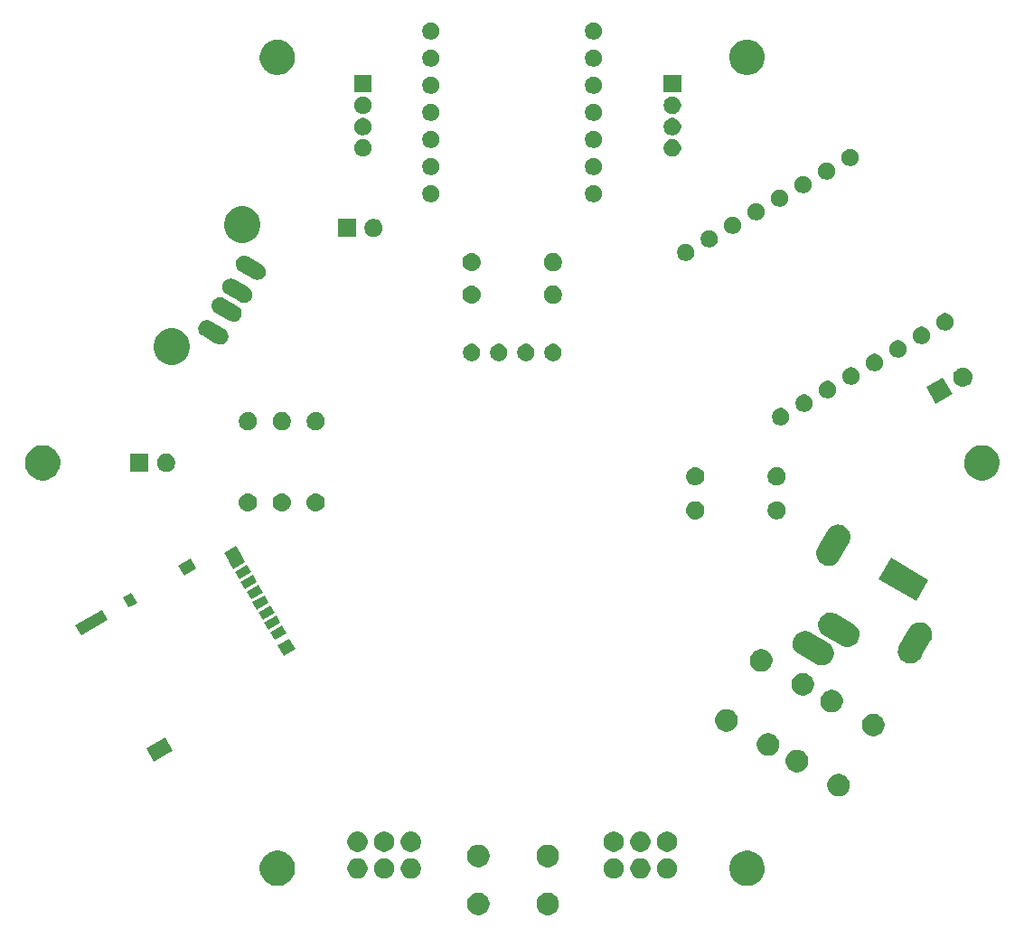
<source format=gts>
G04 #@! TF.GenerationSoftware,KiCad,Pcbnew,(5.0.2)-1*
G04 #@! TF.CreationDate,2021-09-11T16:33:57+09:00*
G04 #@! TF.ProjectId,Pillar,50696c6c-6172-42e6-9b69-6361645f7063,rev?*
G04 #@! TF.SameCoordinates,Original*
G04 #@! TF.FileFunction,Soldermask,Top*
G04 #@! TF.FilePolarity,Negative*
%FSLAX46Y46*%
G04 Gerber Fmt 4.6, Leading zero omitted, Abs format (unit mm)*
G04 Created by KiCad (PCBNEW (5.0.2)-1) date 2021/09/11 16:33:57*
%MOMM*%
%LPD*%
G01*
G04 APERTURE LIST*
%ADD10C,0.100000*%
G04 APERTURE END LIST*
D10*
G36*
X133631565Y-145319389D02*
X133822834Y-145398615D01*
X133994976Y-145513637D01*
X134141363Y-145660024D01*
X134256385Y-145832166D01*
X134335611Y-146023435D01*
X134376000Y-146226484D01*
X134376000Y-146433516D01*
X134335611Y-146636565D01*
X134256385Y-146827834D01*
X134141363Y-146999976D01*
X133994976Y-147146363D01*
X133822834Y-147261385D01*
X133631565Y-147340611D01*
X133428516Y-147381000D01*
X133221484Y-147381000D01*
X133018435Y-147340611D01*
X132827166Y-147261385D01*
X132655024Y-147146363D01*
X132508637Y-146999976D01*
X132393615Y-146827834D01*
X132314389Y-146636565D01*
X132274000Y-146433516D01*
X132274000Y-146226484D01*
X132314389Y-146023435D01*
X132393615Y-145832166D01*
X132508637Y-145660024D01*
X132655024Y-145513637D01*
X132827166Y-145398615D01*
X133018435Y-145319389D01*
X133221484Y-145279000D01*
X133428516Y-145279000D01*
X133631565Y-145319389D01*
X133631565Y-145319389D01*
G37*
G36*
X127131565Y-145319389D02*
X127322834Y-145398615D01*
X127494976Y-145513637D01*
X127641363Y-145660024D01*
X127756385Y-145832166D01*
X127835611Y-146023435D01*
X127876000Y-146226484D01*
X127876000Y-146433516D01*
X127835611Y-146636565D01*
X127756385Y-146827834D01*
X127641363Y-146999976D01*
X127494976Y-147146363D01*
X127322834Y-147261385D01*
X127131565Y-147340611D01*
X126928516Y-147381000D01*
X126721484Y-147381000D01*
X126518435Y-147340611D01*
X126327166Y-147261385D01*
X126155024Y-147146363D01*
X126008637Y-146999976D01*
X125893615Y-146827834D01*
X125814389Y-146636565D01*
X125774000Y-146433516D01*
X125774000Y-146226484D01*
X125814389Y-146023435D01*
X125893615Y-145832166D01*
X126008637Y-145660024D01*
X126155024Y-145513637D01*
X126327166Y-145398615D01*
X126518435Y-145319389D01*
X126721484Y-145279000D01*
X126928516Y-145279000D01*
X127131565Y-145319389D01*
X127131565Y-145319389D01*
G37*
G36*
X108375256Y-141391298D02*
X108481579Y-141412447D01*
X108574654Y-141451000D01*
X108749528Y-141523435D01*
X108782042Y-141536903D01*
X109048852Y-141715180D01*
X109052454Y-141717587D01*
X109282413Y-141947546D01*
X109282415Y-141947549D01*
X109463097Y-142217958D01*
X109587553Y-142518421D01*
X109593742Y-142549534D01*
X109651000Y-142837389D01*
X109651000Y-143162611D01*
X109608702Y-143375256D01*
X109587553Y-143481579D01*
X109463097Y-143782042D01*
X109284820Y-144048852D01*
X109282413Y-144052454D01*
X109052454Y-144282413D01*
X109052451Y-144282415D01*
X108782042Y-144463097D01*
X108481579Y-144587553D01*
X108375256Y-144608702D01*
X108162611Y-144651000D01*
X107837389Y-144651000D01*
X107624744Y-144608702D01*
X107518421Y-144587553D01*
X107217958Y-144463097D01*
X106947549Y-144282415D01*
X106947546Y-144282413D01*
X106717587Y-144052454D01*
X106715180Y-144048852D01*
X106536903Y-143782042D01*
X106412447Y-143481579D01*
X106391298Y-143375256D01*
X106349000Y-143162611D01*
X106349000Y-142837389D01*
X106406258Y-142549534D01*
X106412447Y-142518421D01*
X106536903Y-142217958D01*
X106717585Y-141947549D01*
X106717587Y-141947546D01*
X106947546Y-141717587D01*
X106951148Y-141715180D01*
X107217958Y-141536903D01*
X107250473Y-141523435D01*
X107425346Y-141451000D01*
X107518421Y-141412447D01*
X107624744Y-141391298D01*
X107837389Y-141349000D01*
X108162611Y-141349000D01*
X108375256Y-141391298D01*
X108375256Y-141391298D01*
G37*
G36*
X152375256Y-141391298D02*
X152481579Y-141412447D01*
X152574654Y-141451000D01*
X152749528Y-141523435D01*
X152782042Y-141536903D01*
X153048852Y-141715180D01*
X153052454Y-141717587D01*
X153282413Y-141947546D01*
X153282415Y-141947549D01*
X153463097Y-142217958D01*
X153587553Y-142518421D01*
X153593742Y-142549534D01*
X153651000Y-142837389D01*
X153651000Y-143162611D01*
X153608702Y-143375256D01*
X153587553Y-143481579D01*
X153463097Y-143782042D01*
X153284820Y-144048852D01*
X153282413Y-144052454D01*
X153052454Y-144282413D01*
X153052451Y-144282415D01*
X152782042Y-144463097D01*
X152481579Y-144587553D01*
X152375256Y-144608702D01*
X152162611Y-144651000D01*
X151837389Y-144651000D01*
X151624744Y-144608702D01*
X151518421Y-144587553D01*
X151217958Y-144463097D01*
X150947549Y-144282415D01*
X150947546Y-144282413D01*
X150717587Y-144052454D01*
X150715180Y-144048852D01*
X150536903Y-143782042D01*
X150412447Y-143481579D01*
X150391298Y-143375256D01*
X150349000Y-143162611D01*
X150349000Y-142837389D01*
X150406258Y-142549534D01*
X150412447Y-142518421D01*
X150536903Y-142217958D01*
X150717585Y-141947549D01*
X150717587Y-141947546D01*
X150947546Y-141717587D01*
X150951148Y-141715180D01*
X151217958Y-141536903D01*
X151250473Y-141523435D01*
X151425346Y-141451000D01*
X151518421Y-141412447D01*
X151624744Y-141391298D01*
X151837389Y-141349000D01*
X152162611Y-141349000D01*
X152375256Y-141391298D01*
X152375256Y-141391298D01*
G37*
G36*
X118277396Y-142085546D02*
X118450466Y-142157234D01*
X118606230Y-142261312D01*
X118738688Y-142393770D01*
X118842766Y-142549534D01*
X118914454Y-142722604D01*
X118951000Y-142906333D01*
X118951000Y-143093667D01*
X118914454Y-143277396D01*
X118842766Y-143450466D01*
X118738688Y-143606230D01*
X118606230Y-143738688D01*
X118450466Y-143842766D01*
X118277396Y-143914454D01*
X118093667Y-143951000D01*
X117906333Y-143951000D01*
X117722604Y-143914454D01*
X117549534Y-143842766D01*
X117393770Y-143738688D01*
X117261312Y-143606230D01*
X117157234Y-143450466D01*
X117085546Y-143277396D01*
X117049000Y-143093667D01*
X117049000Y-142906333D01*
X117085546Y-142722604D01*
X117157234Y-142549534D01*
X117261312Y-142393770D01*
X117393770Y-142261312D01*
X117549534Y-142157234D01*
X117722604Y-142085546D01*
X117906333Y-142049000D01*
X118093667Y-142049000D01*
X118277396Y-142085546D01*
X118277396Y-142085546D01*
G37*
G36*
X115777396Y-142085546D02*
X115950466Y-142157234D01*
X116106230Y-142261312D01*
X116238688Y-142393770D01*
X116342766Y-142549534D01*
X116414454Y-142722604D01*
X116451000Y-142906333D01*
X116451000Y-143093667D01*
X116414454Y-143277396D01*
X116342766Y-143450466D01*
X116238688Y-143606230D01*
X116106230Y-143738688D01*
X115950466Y-143842766D01*
X115777396Y-143914454D01*
X115593667Y-143951000D01*
X115406333Y-143951000D01*
X115222604Y-143914454D01*
X115049534Y-143842766D01*
X114893770Y-143738688D01*
X114761312Y-143606230D01*
X114657234Y-143450466D01*
X114585546Y-143277396D01*
X114549000Y-143093667D01*
X114549000Y-142906333D01*
X114585546Y-142722604D01*
X114657234Y-142549534D01*
X114761312Y-142393770D01*
X114893770Y-142261312D01*
X115049534Y-142157234D01*
X115222604Y-142085546D01*
X115406333Y-142049000D01*
X115593667Y-142049000D01*
X115777396Y-142085546D01*
X115777396Y-142085546D01*
G37*
G36*
X144777396Y-142085546D02*
X144950466Y-142157234D01*
X145106230Y-142261312D01*
X145238688Y-142393770D01*
X145342766Y-142549534D01*
X145414454Y-142722604D01*
X145451000Y-142906333D01*
X145451000Y-143093667D01*
X145414454Y-143277396D01*
X145342766Y-143450466D01*
X145238688Y-143606230D01*
X145106230Y-143738688D01*
X144950466Y-143842766D01*
X144777396Y-143914454D01*
X144593667Y-143951000D01*
X144406333Y-143951000D01*
X144222604Y-143914454D01*
X144049534Y-143842766D01*
X143893770Y-143738688D01*
X143761312Y-143606230D01*
X143657234Y-143450466D01*
X143585546Y-143277396D01*
X143549000Y-143093667D01*
X143549000Y-142906333D01*
X143585546Y-142722604D01*
X143657234Y-142549534D01*
X143761312Y-142393770D01*
X143893770Y-142261312D01*
X144049534Y-142157234D01*
X144222604Y-142085546D01*
X144406333Y-142049000D01*
X144593667Y-142049000D01*
X144777396Y-142085546D01*
X144777396Y-142085546D01*
G37*
G36*
X142277396Y-142085546D02*
X142450466Y-142157234D01*
X142606230Y-142261312D01*
X142738688Y-142393770D01*
X142842766Y-142549534D01*
X142914454Y-142722604D01*
X142951000Y-142906333D01*
X142951000Y-143093667D01*
X142914454Y-143277396D01*
X142842766Y-143450466D01*
X142738688Y-143606230D01*
X142606230Y-143738688D01*
X142450466Y-143842766D01*
X142277396Y-143914454D01*
X142093667Y-143951000D01*
X141906333Y-143951000D01*
X141722604Y-143914454D01*
X141549534Y-143842766D01*
X141393770Y-143738688D01*
X141261312Y-143606230D01*
X141157234Y-143450466D01*
X141085546Y-143277396D01*
X141049000Y-143093667D01*
X141049000Y-142906333D01*
X141085546Y-142722604D01*
X141157234Y-142549534D01*
X141261312Y-142393770D01*
X141393770Y-142261312D01*
X141549534Y-142157234D01*
X141722604Y-142085546D01*
X141906333Y-142049000D01*
X142093667Y-142049000D01*
X142277396Y-142085546D01*
X142277396Y-142085546D01*
G37*
G36*
X139777396Y-142085546D02*
X139950466Y-142157234D01*
X140106230Y-142261312D01*
X140238688Y-142393770D01*
X140342766Y-142549534D01*
X140414454Y-142722604D01*
X140451000Y-142906333D01*
X140451000Y-143093667D01*
X140414454Y-143277396D01*
X140342766Y-143450466D01*
X140238688Y-143606230D01*
X140106230Y-143738688D01*
X139950466Y-143842766D01*
X139777396Y-143914454D01*
X139593667Y-143951000D01*
X139406333Y-143951000D01*
X139222604Y-143914454D01*
X139049534Y-143842766D01*
X138893770Y-143738688D01*
X138761312Y-143606230D01*
X138657234Y-143450466D01*
X138585546Y-143277396D01*
X138549000Y-143093667D01*
X138549000Y-142906333D01*
X138585546Y-142722604D01*
X138657234Y-142549534D01*
X138761312Y-142393770D01*
X138893770Y-142261312D01*
X139049534Y-142157234D01*
X139222604Y-142085546D01*
X139406333Y-142049000D01*
X139593667Y-142049000D01*
X139777396Y-142085546D01*
X139777396Y-142085546D01*
G37*
G36*
X120777396Y-142085546D02*
X120950466Y-142157234D01*
X121106230Y-142261312D01*
X121238688Y-142393770D01*
X121342766Y-142549534D01*
X121414454Y-142722604D01*
X121451000Y-142906333D01*
X121451000Y-143093667D01*
X121414454Y-143277396D01*
X121342766Y-143450466D01*
X121238688Y-143606230D01*
X121106230Y-143738688D01*
X120950466Y-143842766D01*
X120777396Y-143914454D01*
X120593667Y-143951000D01*
X120406333Y-143951000D01*
X120222604Y-143914454D01*
X120049534Y-143842766D01*
X119893770Y-143738688D01*
X119761312Y-143606230D01*
X119657234Y-143450466D01*
X119585546Y-143277396D01*
X119549000Y-143093667D01*
X119549000Y-142906333D01*
X119585546Y-142722604D01*
X119657234Y-142549534D01*
X119761312Y-142393770D01*
X119893770Y-142261312D01*
X120049534Y-142157234D01*
X120222604Y-142085546D01*
X120406333Y-142049000D01*
X120593667Y-142049000D01*
X120777396Y-142085546D01*
X120777396Y-142085546D01*
G37*
G36*
X133631565Y-140819389D02*
X133822834Y-140898615D01*
X133994976Y-141013637D01*
X134141363Y-141160024D01*
X134256385Y-141332166D01*
X134335611Y-141523435D01*
X134376000Y-141726484D01*
X134376000Y-141933516D01*
X134335611Y-142136565D01*
X134256385Y-142327834D01*
X134141363Y-142499976D01*
X133994976Y-142646363D01*
X133822834Y-142761385D01*
X133631565Y-142840611D01*
X133428516Y-142881000D01*
X133221484Y-142881000D01*
X133018435Y-142840611D01*
X132827166Y-142761385D01*
X132655024Y-142646363D01*
X132508637Y-142499976D01*
X132393615Y-142327834D01*
X132314389Y-142136565D01*
X132274000Y-141933516D01*
X132274000Y-141726484D01*
X132314389Y-141523435D01*
X132393615Y-141332166D01*
X132508637Y-141160024D01*
X132655024Y-141013637D01*
X132827166Y-140898615D01*
X133018435Y-140819389D01*
X133221484Y-140779000D01*
X133428516Y-140779000D01*
X133631565Y-140819389D01*
X133631565Y-140819389D01*
G37*
G36*
X127131565Y-140819389D02*
X127322834Y-140898615D01*
X127494976Y-141013637D01*
X127641363Y-141160024D01*
X127756385Y-141332166D01*
X127835611Y-141523435D01*
X127876000Y-141726484D01*
X127876000Y-141933516D01*
X127835611Y-142136565D01*
X127756385Y-142327834D01*
X127641363Y-142499976D01*
X127494976Y-142646363D01*
X127322834Y-142761385D01*
X127131565Y-142840611D01*
X126928516Y-142881000D01*
X126721484Y-142881000D01*
X126518435Y-142840611D01*
X126327166Y-142761385D01*
X126155024Y-142646363D01*
X126008637Y-142499976D01*
X125893615Y-142327834D01*
X125814389Y-142136565D01*
X125774000Y-141933516D01*
X125774000Y-141726484D01*
X125814389Y-141523435D01*
X125893615Y-141332166D01*
X126008637Y-141160024D01*
X126155024Y-141013637D01*
X126327166Y-140898615D01*
X126518435Y-140819389D01*
X126721484Y-140779000D01*
X126928516Y-140779000D01*
X127131565Y-140819389D01*
X127131565Y-140819389D01*
G37*
G36*
X115777396Y-139585546D02*
X115950466Y-139657234D01*
X116106230Y-139761312D01*
X116238688Y-139893770D01*
X116342766Y-140049534D01*
X116414454Y-140222604D01*
X116451000Y-140406333D01*
X116451000Y-140593667D01*
X116414454Y-140777396D01*
X116342766Y-140950466D01*
X116238688Y-141106230D01*
X116106230Y-141238688D01*
X115950466Y-141342766D01*
X115777396Y-141414454D01*
X115593667Y-141451000D01*
X115406333Y-141451000D01*
X115222604Y-141414454D01*
X115049534Y-141342766D01*
X114893770Y-141238688D01*
X114761312Y-141106230D01*
X114657234Y-140950466D01*
X114585546Y-140777396D01*
X114549000Y-140593667D01*
X114549000Y-140406333D01*
X114585546Y-140222604D01*
X114657234Y-140049534D01*
X114761312Y-139893770D01*
X114893770Y-139761312D01*
X115049534Y-139657234D01*
X115222604Y-139585546D01*
X115406333Y-139549000D01*
X115593667Y-139549000D01*
X115777396Y-139585546D01*
X115777396Y-139585546D01*
G37*
G36*
X139777396Y-139585546D02*
X139950466Y-139657234D01*
X140106230Y-139761312D01*
X140238688Y-139893770D01*
X140342766Y-140049534D01*
X140414454Y-140222604D01*
X140451000Y-140406333D01*
X140451000Y-140593667D01*
X140414454Y-140777396D01*
X140342766Y-140950466D01*
X140238688Y-141106230D01*
X140106230Y-141238688D01*
X139950466Y-141342766D01*
X139777396Y-141414454D01*
X139593667Y-141451000D01*
X139406333Y-141451000D01*
X139222604Y-141414454D01*
X139049534Y-141342766D01*
X138893770Y-141238688D01*
X138761312Y-141106230D01*
X138657234Y-140950466D01*
X138585546Y-140777396D01*
X138549000Y-140593667D01*
X138549000Y-140406333D01*
X138585546Y-140222604D01*
X138657234Y-140049534D01*
X138761312Y-139893770D01*
X138893770Y-139761312D01*
X139049534Y-139657234D01*
X139222604Y-139585546D01*
X139406333Y-139549000D01*
X139593667Y-139549000D01*
X139777396Y-139585546D01*
X139777396Y-139585546D01*
G37*
G36*
X120777396Y-139585546D02*
X120950466Y-139657234D01*
X121106230Y-139761312D01*
X121238688Y-139893770D01*
X121342766Y-140049534D01*
X121414454Y-140222604D01*
X121451000Y-140406333D01*
X121451000Y-140593667D01*
X121414454Y-140777396D01*
X121342766Y-140950466D01*
X121238688Y-141106230D01*
X121106230Y-141238688D01*
X120950466Y-141342766D01*
X120777396Y-141414454D01*
X120593667Y-141451000D01*
X120406333Y-141451000D01*
X120222604Y-141414454D01*
X120049534Y-141342766D01*
X119893770Y-141238688D01*
X119761312Y-141106230D01*
X119657234Y-140950466D01*
X119585546Y-140777396D01*
X119549000Y-140593667D01*
X119549000Y-140406333D01*
X119585546Y-140222604D01*
X119657234Y-140049534D01*
X119761312Y-139893770D01*
X119893770Y-139761312D01*
X120049534Y-139657234D01*
X120222604Y-139585546D01*
X120406333Y-139549000D01*
X120593667Y-139549000D01*
X120777396Y-139585546D01*
X120777396Y-139585546D01*
G37*
G36*
X142277396Y-139585546D02*
X142450466Y-139657234D01*
X142606230Y-139761312D01*
X142738688Y-139893770D01*
X142842766Y-140049534D01*
X142914454Y-140222604D01*
X142951000Y-140406333D01*
X142951000Y-140593667D01*
X142914454Y-140777396D01*
X142842766Y-140950466D01*
X142738688Y-141106230D01*
X142606230Y-141238688D01*
X142450466Y-141342766D01*
X142277396Y-141414454D01*
X142093667Y-141451000D01*
X141906333Y-141451000D01*
X141722604Y-141414454D01*
X141549534Y-141342766D01*
X141393770Y-141238688D01*
X141261312Y-141106230D01*
X141157234Y-140950466D01*
X141085546Y-140777396D01*
X141049000Y-140593667D01*
X141049000Y-140406333D01*
X141085546Y-140222604D01*
X141157234Y-140049534D01*
X141261312Y-139893770D01*
X141393770Y-139761312D01*
X141549534Y-139657234D01*
X141722604Y-139585546D01*
X141906333Y-139549000D01*
X142093667Y-139549000D01*
X142277396Y-139585546D01*
X142277396Y-139585546D01*
G37*
G36*
X144777396Y-139585546D02*
X144950466Y-139657234D01*
X145106230Y-139761312D01*
X145238688Y-139893770D01*
X145342766Y-140049534D01*
X145414454Y-140222604D01*
X145451000Y-140406333D01*
X145451000Y-140593667D01*
X145414454Y-140777396D01*
X145342766Y-140950466D01*
X145238688Y-141106230D01*
X145106230Y-141238688D01*
X144950466Y-141342766D01*
X144777396Y-141414454D01*
X144593667Y-141451000D01*
X144406333Y-141451000D01*
X144222604Y-141414454D01*
X144049534Y-141342766D01*
X143893770Y-141238688D01*
X143761312Y-141106230D01*
X143657234Y-140950466D01*
X143585546Y-140777396D01*
X143549000Y-140593667D01*
X143549000Y-140406333D01*
X143585546Y-140222604D01*
X143657234Y-140049534D01*
X143761312Y-139893770D01*
X143893770Y-139761312D01*
X144049534Y-139657234D01*
X144222604Y-139585546D01*
X144406333Y-139549000D01*
X144593667Y-139549000D01*
X144777396Y-139585546D01*
X144777396Y-139585546D01*
G37*
G36*
X118277396Y-139585546D02*
X118450466Y-139657234D01*
X118606230Y-139761312D01*
X118738688Y-139893770D01*
X118842766Y-140049534D01*
X118914454Y-140222604D01*
X118951000Y-140406333D01*
X118951000Y-140593667D01*
X118914454Y-140777396D01*
X118842766Y-140950466D01*
X118738688Y-141106230D01*
X118606230Y-141238688D01*
X118450466Y-141342766D01*
X118277396Y-141414454D01*
X118093667Y-141451000D01*
X117906333Y-141451000D01*
X117722604Y-141414454D01*
X117549534Y-141342766D01*
X117393770Y-141238688D01*
X117261312Y-141106230D01*
X117157234Y-140950466D01*
X117085546Y-140777396D01*
X117049000Y-140593667D01*
X117049000Y-140406333D01*
X117085546Y-140222604D01*
X117157234Y-140049534D01*
X117261312Y-139893770D01*
X117393770Y-139761312D01*
X117549534Y-139657234D01*
X117722604Y-139585546D01*
X117906333Y-139549000D01*
X118093667Y-139549000D01*
X118277396Y-139585546D01*
X118277396Y-139585546D01*
G37*
G36*
X160873679Y-134179389D02*
X161064948Y-134258615D01*
X161237090Y-134373637D01*
X161383477Y-134520024D01*
X161498499Y-134692166D01*
X161577725Y-134883435D01*
X161618114Y-135086484D01*
X161618114Y-135293516D01*
X161577725Y-135496565D01*
X161498499Y-135687834D01*
X161383477Y-135859976D01*
X161237090Y-136006363D01*
X161064948Y-136121385D01*
X160873679Y-136200611D01*
X160670630Y-136241000D01*
X160463598Y-136241000D01*
X160260549Y-136200611D01*
X160069280Y-136121385D01*
X159897138Y-136006363D01*
X159750751Y-135859976D01*
X159635729Y-135687834D01*
X159556503Y-135496565D01*
X159516114Y-135293516D01*
X159516114Y-135086484D01*
X159556503Y-134883435D01*
X159635729Y-134692166D01*
X159750751Y-134520024D01*
X159897138Y-134373637D01*
X160069280Y-134258615D01*
X160260549Y-134179389D01*
X160463598Y-134139000D01*
X160670630Y-134139000D01*
X160873679Y-134179389D01*
X160873679Y-134179389D01*
G37*
G36*
X156976565Y-131929389D02*
X157167834Y-132008615D01*
X157339976Y-132123637D01*
X157486363Y-132270024D01*
X157601385Y-132442166D01*
X157680611Y-132633435D01*
X157721000Y-132836484D01*
X157721000Y-133043516D01*
X157680611Y-133246565D01*
X157601385Y-133437834D01*
X157486363Y-133609976D01*
X157339976Y-133756363D01*
X157167834Y-133871385D01*
X156976565Y-133950611D01*
X156773516Y-133991000D01*
X156566484Y-133991000D01*
X156363435Y-133950611D01*
X156172166Y-133871385D01*
X156000024Y-133756363D01*
X155853637Y-133609976D01*
X155738615Y-133437834D01*
X155659389Y-133246565D01*
X155619000Y-133043516D01*
X155619000Y-132836484D01*
X155659389Y-132633435D01*
X155738615Y-132442166D01*
X155853637Y-132270024D01*
X156000024Y-132123637D01*
X156172166Y-132008615D01*
X156363435Y-131929389D01*
X156566484Y-131889000D01*
X156773516Y-131889000D01*
X156976565Y-131929389D01*
X156976565Y-131929389D01*
G37*
G36*
X98167955Y-131974804D02*
X97656613Y-132270027D01*
X96434172Y-132975804D01*
X96434171Y-132975804D01*
X95733171Y-131761636D01*
X96925171Y-131073435D01*
X97466954Y-130760636D01*
X97466955Y-130760636D01*
X98167955Y-131974804D01*
X98167955Y-131974804D01*
G37*
G36*
X154269679Y-130369389D02*
X154460948Y-130448615D01*
X154633090Y-130563637D01*
X154779477Y-130710024D01*
X154894499Y-130882166D01*
X154973725Y-131073435D01*
X155014114Y-131276484D01*
X155014114Y-131483516D01*
X154973725Y-131686565D01*
X154894499Y-131877834D01*
X154779477Y-132049976D01*
X154633090Y-132196363D01*
X154460948Y-132311385D01*
X154269679Y-132390611D01*
X154066630Y-132431000D01*
X153859598Y-132431000D01*
X153656549Y-132390611D01*
X153465280Y-132311385D01*
X153293138Y-132196363D01*
X153146751Y-132049976D01*
X153031729Y-131877834D01*
X152952503Y-131686565D01*
X152912114Y-131483516D01*
X152912114Y-131276484D01*
X152952503Y-131073435D01*
X153031729Y-130882166D01*
X153146751Y-130710024D01*
X153293138Y-130563637D01*
X153465280Y-130448615D01*
X153656549Y-130369389D01*
X153859598Y-130329000D01*
X154066630Y-130329000D01*
X154269679Y-130369389D01*
X154269679Y-130369389D01*
G37*
G36*
X164123679Y-128550224D02*
X164314948Y-128629450D01*
X164487090Y-128744472D01*
X164633477Y-128890859D01*
X164748499Y-129063001D01*
X164827725Y-129254270D01*
X164868114Y-129457319D01*
X164868114Y-129664351D01*
X164827725Y-129867400D01*
X164748499Y-130058669D01*
X164633477Y-130230811D01*
X164487090Y-130377198D01*
X164314948Y-130492220D01*
X164123679Y-130571446D01*
X163920630Y-130611835D01*
X163713598Y-130611835D01*
X163510549Y-130571446D01*
X163319280Y-130492220D01*
X163147138Y-130377198D01*
X163000751Y-130230811D01*
X162885729Y-130058669D01*
X162806503Y-129867400D01*
X162766114Y-129664351D01*
X162766114Y-129457319D01*
X162806503Y-129254270D01*
X162885729Y-129063001D01*
X163000751Y-128890859D01*
X163147138Y-128744472D01*
X163319280Y-128629450D01*
X163510549Y-128550224D01*
X163713598Y-128509835D01*
X163920630Y-128509835D01*
X164123679Y-128550224D01*
X164123679Y-128550224D01*
G37*
G36*
X150372565Y-128119389D02*
X150563834Y-128198615D01*
X150735976Y-128313637D01*
X150882363Y-128460024D01*
X150997385Y-128632166D01*
X151076611Y-128823435D01*
X151117000Y-129026484D01*
X151117000Y-129233516D01*
X151076611Y-129436565D01*
X150997385Y-129627834D01*
X150882363Y-129799976D01*
X150735976Y-129946363D01*
X150563834Y-130061385D01*
X150372565Y-130140611D01*
X150169516Y-130181000D01*
X149962484Y-130181000D01*
X149759435Y-130140611D01*
X149568166Y-130061385D01*
X149396024Y-129946363D01*
X149249637Y-129799976D01*
X149134615Y-129627834D01*
X149055389Y-129436565D01*
X149015000Y-129233516D01*
X149015000Y-129026484D01*
X149055389Y-128823435D01*
X149134615Y-128632166D01*
X149249637Y-128460024D01*
X149396024Y-128313637D01*
X149568166Y-128198615D01*
X149759435Y-128119389D01*
X149962484Y-128079000D01*
X150169516Y-128079000D01*
X150372565Y-128119389D01*
X150372565Y-128119389D01*
G37*
G36*
X160226565Y-126300224D02*
X160417834Y-126379450D01*
X160589976Y-126494472D01*
X160736363Y-126640859D01*
X160851385Y-126813001D01*
X160930611Y-127004270D01*
X160971000Y-127207319D01*
X160971000Y-127414351D01*
X160930611Y-127617400D01*
X160851385Y-127808669D01*
X160736363Y-127980811D01*
X160589976Y-128127198D01*
X160417834Y-128242220D01*
X160226565Y-128321446D01*
X160023516Y-128361835D01*
X159816484Y-128361835D01*
X159613435Y-128321446D01*
X159422166Y-128242220D01*
X159250024Y-128127198D01*
X159103637Y-127980811D01*
X158988615Y-127808669D01*
X158909389Y-127617400D01*
X158869000Y-127414351D01*
X158869000Y-127207319D01*
X158909389Y-127004270D01*
X158988615Y-126813001D01*
X159103637Y-126640859D01*
X159250024Y-126494472D01*
X159422166Y-126379450D01*
X159613435Y-126300224D01*
X159816484Y-126259835D01*
X160023516Y-126259835D01*
X160226565Y-126300224D01*
X160226565Y-126300224D01*
G37*
G36*
X157519679Y-124740224D02*
X157710948Y-124819450D01*
X157883090Y-124934472D01*
X158029477Y-125080859D01*
X158144499Y-125253001D01*
X158223725Y-125444270D01*
X158264114Y-125647319D01*
X158264114Y-125854351D01*
X158223725Y-126057400D01*
X158144499Y-126248669D01*
X158029477Y-126420811D01*
X157883090Y-126567198D01*
X157710948Y-126682220D01*
X157519679Y-126761446D01*
X157316630Y-126801835D01*
X157109598Y-126801835D01*
X156906549Y-126761446D01*
X156715280Y-126682220D01*
X156543138Y-126567198D01*
X156396751Y-126420811D01*
X156281729Y-126248669D01*
X156202503Y-126057400D01*
X156162114Y-125854351D01*
X156162114Y-125647319D01*
X156202503Y-125444270D01*
X156281729Y-125253001D01*
X156396751Y-125080859D01*
X156543138Y-124934472D01*
X156715280Y-124819450D01*
X156906549Y-124740224D01*
X157109598Y-124699835D01*
X157316630Y-124699835D01*
X157519679Y-124740224D01*
X157519679Y-124740224D01*
G37*
G36*
X153622565Y-122490224D02*
X153813834Y-122569450D01*
X153985976Y-122684472D01*
X154132363Y-122830859D01*
X154247385Y-123003001D01*
X154326611Y-123194270D01*
X154367000Y-123397319D01*
X154367000Y-123604351D01*
X154326611Y-123807400D01*
X154247385Y-123998669D01*
X154132363Y-124170811D01*
X153985976Y-124317198D01*
X153813834Y-124432220D01*
X153622565Y-124511446D01*
X153419516Y-124551835D01*
X153212484Y-124551835D01*
X153009435Y-124511446D01*
X152818166Y-124432220D01*
X152646024Y-124317198D01*
X152499637Y-124170811D01*
X152384615Y-123998669D01*
X152305389Y-123807400D01*
X152265000Y-123604351D01*
X152265000Y-123397319D01*
X152305389Y-123194270D01*
X152384615Y-123003001D01*
X152499637Y-122830859D01*
X152646024Y-122684472D01*
X152818166Y-122569450D01*
X153009435Y-122490224D01*
X153212484Y-122449835D01*
X153419516Y-122449835D01*
X153622565Y-122490224D01*
X153622565Y-122490224D01*
G37*
G36*
X157560997Y-120779889D02*
X157575835Y-120780375D01*
X157678803Y-120804384D01*
X157796638Y-120831859D01*
X157796640Y-120831860D01*
X157951405Y-120901983D01*
X158222215Y-121058335D01*
X159608183Y-121858523D01*
X159645658Y-121885378D01*
X159746297Y-121957493D01*
X159892737Y-122113846D01*
X159901286Y-122122974D01*
X160021015Y-122315512D01*
X160100878Y-122527706D01*
X160137811Y-122751403D01*
X160130393Y-122978007D01*
X160130392Y-122978010D01*
X160078908Y-123198816D01*
X160078907Y-123198818D01*
X159985338Y-123405331D01*
X159944879Y-123461791D01*
X159853273Y-123589627D01*
X159837554Y-123604349D01*
X159687793Y-123744616D01*
X159495255Y-123864345D01*
X159363939Y-123913768D01*
X159283061Y-123944209D01*
X159187061Y-123960058D01*
X159059363Y-123981142D01*
X158854308Y-123974428D01*
X158832756Y-123973723D01*
X158611951Y-123922238D01*
X158611950Y-123922237D01*
X158611948Y-123922237D01*
X158543503Y-123891225D01*
X158457186Y-123852115D01*
X156943193Y-122978010D01*
X156800404Y-122895571D01*
X156662295Y-122796604D01*
X156507305Y-122631123D01*
X156387577Y-122438585D01*
X156307712Y-122226391D01*
X156270780Y-122002694D01*
X156278199Y-121776089D01*
X156329684Y-121555281D01*
X156423254Y-121348767D01*
X156497430Y-121245254D01*
X156555318Y-121164471D01*
X156565903Y-121154557D01*
X156720799Y-121009481D01*
X156913337Y-120889753D01*
X157125531Y-120809888D01*
X157349228Y-120772956D01*
X157560997Y-120779889D01*
X157560997Y-120779889D01*
G37*
G36*
X168122193Y-119940704D02*
X168333457Y-119947620D01*
X168413003Y-119966168D01*
X168554266Y-119999105D01*
X168554268Y-119999106D01*
X168760781Y-120092675D01*
X168799267Y-120120254D01*
X168945077Y-120224740D01*
X169019857Y-120304582D01*
X169100066Y-120390220D01*
X169219795Y-120582758D01*
X169249193Y-120660869D01*
X169299659Y-120794952D01*
X169305752Y-120831859D01*
X169336592Y-121018650D01*
X169331818Y-121164469D01*
X169329173Y-121245257D01*
X169277688Y-121466062D01*
X169207565Y-121620827D01*
X168471591Y-122895571D01*
X168251021Y-123277609D01*
X168152054Y-123415718D01*
X167986573Y-123570708D01*
X167794035Y-123690436D01*
X167581841Y-123770301D01*
X167358144Y-123807233D01*
X167146375Y-123800300D01*
X167131537Y-123799814D01*
X166984334Y-123765491D01*
X166910731Y-123748329D01*
X166704217Y-123654759D01*
X166704215Y-123654758D01*
X166519921Y-123522695D01*
X166519919Y-123522693D01*
X166364931Y-123357214D01*
X166245203Y-123164676D01*
X166165338Y-122952482D01*
X166128406Y-122728785D01*
X166135825Y-122502180D01*
X166138613Y-122490224D01*
X166159834Y-122399210D01*
X166187309Y-122281375D01*
X166255271Y-122131380D01*
X166257433Y-122126608D01*
X166630533Y-121480380D01*
X167213973Y-120469830D01*
X167240828Y-120432355D01*
X167312943Y-120331716D01*
X167478424Y-120176727D01*
X167670962Y-120056998D01*
X167883156Y-119977135D01*
X168106853Y-119940202D01*
X168106855Y-119940202D01*
X168122193Y-119940704D01*
X168122193Y-119940704D01*
G37*
G36*
X109691829Y-122434740D02*
X108564263Y-123085740D01*
X108013263Y-122131380D01*
X109140829Y-121480380D01*
X109691829Y-122434740D01*
X109691829Y-122434740D01*
G37*
G36*
X159950227Y-119041620D02*
X159965065Y-119042106D01*
X160068033Y-119066115D01*
X160185868Y-119093590D01*
X160185870Y-119093591D01*
X160340635Y-119163714D01*
X160340638Y-119163716D01*
X161997413Y-120120254D01*
X162034888Y-120147109D01*
X162135527Y-120219224D01*
X162290516Y-120384705D01*
X162410245Y-120577243D01*
X162490108Y-120789437D01*
X162527041Y-121013134D01*
X162519623Y-121239738D01*
X162519622Y-121239741D01*
X162468138Y-121460547D01*
X162468137Y-121460549D01*
X162374568Y-121667062D01*
X162334109Y-121723522D01*
X162242503Y-121851358D01*
X162162661Y-121926138D01*
X162077023Y-122006347D01*
X161884485Y-122126076D01*
X161753169Y-122175499D01*
X161672291Y-122205940D01*
X161576291Y-122221789D01*
X161448593Y-122242873D01*
X161243538Y-122236159D01*
X161221986Y-122235454D01*
X161001181Y-122183969D01*
X161001180Y-122183968D01*
X161001178Y-122183968D01*
X160932733Y-122152956D01*
X160846416Y-122113846D01*
X159341977Y-121245257D01*
X159189634Y-121157302D01*
X159051525Y-121058335D01*
X158896535Y-120892854D01*
X158776807Y-120700316D01*
X158696942Y-120488122D01*
X158660010Y-120264425D01*
X158667429Y-120037820D01*
X158676456Y-119999106D01*
X158718914Y-119817013D01*
X158768198Y-119708241D01*
X158812484Y-119610498D01*
X158812485Y-119610496D01*
X158944548Y-119426202D01*
X159062939Y-119315317D01*
X159110029Y-119271212D01*
X159302567Y-119151484D01*
X159514761Y-119071619D01*
X159738458Y-119034687D01*
X159950227Y-119041620D01*
X159950227Y-119041620D01*
G37*
G36*
X108841829Y-120962496D02*
X107714263Y-121613496D01*
X107313263Y-120918944D01*
X108440829Y-120267944D01*
X108841829Y-120962496D01*
X108841829Y-120962496D01*
G37*
G36*
X92122377Y-119703557D02*
X89609171Y-121154557D01*
X89058171Y-120200197D01*
X91571377Y-118749197D01*
X92122377Y-119703557D01*
X92122377Y-119703557D01*
G37*
G36*
X108291829Y-120009869D02*
X107164263Y-120660869D01*
X106763263Y-119966317D01*
X107890829Y-119315317D01*
X108291829Y-120009869D01*
X108291829Y-120009869D01*
G37*
G36*
X107741829Y-119057241D02*
X106614263Y-119708241D01*
X106213263Y-119013689D01*
X107340829Y-118362689D01*
X107741829Y-119057241D01*
X107741829Y-119057241D01*
G37*
G36*
X107191829Y-118104613D02*
X106064263Y-118755613D01*
X105663263Y-118061061D01*
X106790829Y-117410061D01*
X107191829Y-118104613D01*
X107191829Y-118104613D01*
G37*
G36*
X94850358Y-118128557D02*
X94459780Y-118354057D01*
X94069203Y-118579557D01*
X94069202Y-118579557D01*
X93518202Y-117625197D01*
X93908780Y-117399697D01*
X94299357Y-117174197D01*
X94299358Y-117174197D01*
X94850358Y-118128557D01*
X94850358Y-118128557D01*
G37*
G36*
X169006718Y-115968705D02*
X167855718Y-117962295D01*
X164303282Y-115911295D01*
X165454282Y-113917705D01*
X169006718Y-115968705D01*
X169006718Y-115968705D01*
G37*
G36*
X106641829Y-117151985D02*
X105514263Y-117802985D01*
X105113263Y-117108433D01*
X106240829Y-116457433D01*
X106641829Y-117151985D01*
X106641829Y-117151985D01*
G37*
G36*
X106091829Y-116199357D02*
X104964263Y-116850357D01*
X104563263Y-116155805D01*
X105690829Y-115504805D01*
X106091829Y-116199357D01*
X106091829Y-116199357D01*
G37*
G36*
X105541829Y-115246729D02*
X104414263Y-115897729D01*
X104013263Y-115203177D01*
X105140829Y-114552177D01*
X105541829Y-115246729D01*
X105541829Y-115246729D01*
G37*
G36*
X100392920Y-114928557D02*
X99265354Y-115579557D01*
X98714354Y-114625197D01*
X99841920Y-113974197D01*
X100392920Y-114928557D01*
X100392920Y-114928557D01*
G37*
G36*
X104528329Y-113491296D02*
X104991829Y-114294101D01*
X103864263Y-114945101D01*
X103463263Y-114250549D01*
X103400763Y-114142296D01*
X102988263Y-113427825D01*
X104115829Y-112776825D01*
X104528329Y-113491296D01*
X104528329Y-113491296D01*
G37*
G36*
X160472709Y-110790000D02*
X160683973Y-110796916D01*
X160763519Y-110815464D01*
X160904782Y-110848401D01*
X160904784Y-110848402D01*
X161111297Y-110941971D01*
X161167757Y-110982430D01*
X161295593Y-111074036D01*
X161370373Y-111153878D01*
X161450582Y-111239516D01*
X161570311Y-111432054D01*
X161619734Y-111563370D01*
X161650175Y-111644248D01*
X161666024Y-111740248D01*
X161687108Y-111867946D01*
X161680394Y-112073001D01*
X161679689Y-112094553D01*
X161628204Y-112315358D01*
X161558081Y-112470123D01*
X161266068Y-112975904D01*
X160601537Y-114126905D01*
X160502570Y-114265014D01*
X160337089Y-114420004D01*
X160144551Y-114539732D01*
X159932357Y-114619597D01*
X159708660Y-114656529D01*
X159496891Y-114649596D01*
X159482053Y-114649110D01*
X159334850Y-114614787D01*
X159261247Y-114597625D01*
X159054733Y-114504055D01*
X159054731Y-114504054D01*
X158870437Y-114371991D01*
X158797485Y-114294101D01*
X158715447Y-114206510D01*
X158595719Y-114013972D01*
X158515854Y-113801778D01*
X158478922Y-113578081D01*
X158486341Y-113351476D01*
X158537825Y-113130671D01*
X158546781Y-113110904D01*
X158607949Y-112975904D01*
X158899962Y-112470122D01*
X159564489Y-111319126D01*
X159591344Y-111281651D01*
X159663459Y-111181012D01*
X159828940Y-111026023D01*
X160021478Y-110906294D01*
X160233672Y-110826431D01*
X160457369Y-110789498D01*
X160457371Y-110789498D01*
X160472709Y-110790000D01*
X160472709Y-110790000D01*
G37*
G36*
X147311821Y-108606313D02*
X147311824Y-108606314D01*
X147311825Y-108606314D01*
X147472239Y-108654975D01*
X147472241Y-108654976D01*
X147472244Y-108654977D01*
X147620078Y-108733995D01*
X147749659Y-108840341D01*
X147856005Y-108969922D01*
X147935023Y-109117756D01*
X147935024Y-109117759D01*
X147935025Y-109117761D01*
X147983686Y-109278175D01*
X147983687Y-109278179D01*
X148000117Y-109445000D01*
X147983687Y-109611821D01*
X147983686Y-109611824D01*
X147983686Y-109611825D01*
X147958993Y-109693228D01*
X147935023Y-109772244D01*
X147856005Y-109920078D01*
X147749659Y-110049659D01*
X147620078Y-110156005D01*
X147472244Y-110235023D01*
X147472241Y-110235024D01*
X147472239Y-110235025D01*
X147311825Y-110283686D01*
X147311824Y-110283686D01*
X147311821Y-110283687D01*
X147186804Y-110296000D01*
X147103196Y-110296000D01*
X146978179Y-110283687D01*
X146978176Y-110283686D01*
X146978175Y-110283686D01*
X146817761Y-110235025D01*
X146817759Y-110235024D01*
X146817756Y-110235023D01*
X146669922Y-110156005D01*
X146540341Y-110049659D01*
X146433995Y-109920078D01*
X146354977Y-109772244D01*
X146331008Y-109693228D01*
X146306314Y-109611825D01*
X146306314Y-109611824D01*
X146306313Y-109611821D01*
X146289883Y-109445000D01*
X146306313Y-109278179D01*
X146306314Y-109278175D01*
X146354975Y-109117761D01*
X146354976Y-109117759D01*
X146354977Y-109117756D01*
X146433995Y-108969922D01*
X146540341Y-108840341D01*
X146669922Y-108733995D01*
X146817756Y-108654977D01*
X146817759Y-108654976D01*
X146817761Y-108654975D01*
X146978175Y-108606314D01*
X146978176Y-108606314D01*
X146978179Y-108606313D01*
X147103196Y-108594000D01*
X147186804Y-108594000D01*
X147311821Y-108606313D01*
X147311821Y-108606313D01*
G37*
G36*
X155013228Y-108626703D02*
X155168100Y-108690853D01*
X155307481Y-108783985D01*
X155426015Y-108902519D01*
X155519147Y-109041900D01*
X155583297Y-109196772D01*
X155616000Y-109361184D01*
X155616000Y-109528816D01*
X155583297Y-109693228D01*
X155519147Y-109848100D01*
X155426015Y-109987481D01*
X155307481Y-110106015D01*
X155168100Y-110199147D01*
X155013228Y-110263297D01*
X154848816Y-110296000D01*
X154681184Y-110296000D01*
X154516772Y-110263297D01*
X154361900Y-110199147D01*
X154222519Y-110106015D01*
X154103985Y-109987481D01*
X154010853Y-109848100D01*
X153946703Y-109693228D01*
X153914000Y-109528816D01*
X153914000Y-109361184D01*
X153946703Y-109196772D01*
X154010853Y-109041900D01*
X154103985Y-108902519D01*
X154222519Y-108783985D01*
X154361900Y-108690853D01*
X154516772Y-108626703D01*
X154681184Y-108594000D01*
X154848816Y-108594000D01*
X155013228Y-108626703D01*
X155013228Y-108626703D01*
G37*
G36*
X111751821Y-107875370D02*
X111751824Y-107875371D01*
X111751825Y-107875371D01*
X111912239Y-107924032D01*
X111912241Y-107924033D01*
X111912244Y-107924034D01*
X112060078Y-108003052D01*
X112189659Y-108109398D01*
X112296005Y-108238979D01*
X112375023Y-108386813D01*
X112423687Y-108547236D01*
X112440117Y-108714057D01*
X112423687Y-108880878D01*
X112375023Y-109041301D01*
X112296005Y-109189135D01*
X112189659Y-109318716D01*
X112060078Y-109425062D01*
X111912244Y-109504080D01*
X111912241Y-109504081D01*
X111912239Y-109504082D01*
X111751825Y-109552743D01*
X111751824Y-109552743D01*
X111751821Y-109552744D01*
X111626804Y-109565057D01*
X111543196Y-109565057D01*
X111418179Y-109552744D01*
X111418176Y-109552743D01*
X111418175Y-109552743D01*
X111257761Y-109504082D01*
X111257759Y-109504081D01*
X111257756Y-109504080D01*
X111109922Y-109425062D01*
X110980341Y-109318716D01*
X110873995Y-109189135D01*
X110794977Y-109041301D01*
X110746313Y-108880878D01*
X110729883Y-108714057D01*
X110746313Y-108547236D01*
X110794977Y-108386813D01*
X110873995Y-108238979D01*
X110980341Y-108109398D01*
X111109922Y-108003052D01*
X111257756Y-107924034D01*
X111257759Y-107924033D01*
X111257761Y-107924032D01*
X111418175Y-107875371D01*
X111418176Y-107875371D01*
X111418179Y-107875370D01*
X111543196Y-107863057D01*
X111626804Y-107863057D01*
X111751821Y-107875370D01*
X111751821Y-107875370D01*
G37*
G36*
X108576821Y-107875370D02*
X108576824Y-107875371D01*
X108576825Y-107875371D01*
X108737239Y-107924032D01*
X108737241Y-107924033D01*
X108737244Y-107924034D01*
X108885078Y-108003052D01*
X109014659Y-108109398D01*
X109121005Y-108238979D01*
X109200023Y-108386813D01*
X109248687Y-108547236D01*
X109265117Y-108714057D01*
X109248687Y-108880878D01*
X109200023Y-109041301D01*
X109121005Y-109189135D01*
X109014659Y-109318716D01*
X108885078Y-109425062D01*
X108737244Y-109504080D01*
X108737241Y-109504081D01*
X108737239Y-109504082D01*
X108576825Y-109552743D01*
X108576824Y-109552743D01*
X108576821Y-109552744D01*
X108451804Y-109565057D01*
X108368196Y-109565057D01*
X108243179Y-109552744D01*
X108243176Y-109552743D01*
X108243175Y-109552743D01*
X108082761Y-109504082D01*
X108082759Y-109504081D01*
X108082756Y-109504080D01*
X107934922Y-109425062D01*
X107805341Y-109318716D01*
X107698995Y-109189135D01*
X107619977Y-109041301D01*
X107571313Y-108880878D01*
X107554883Y-108714057D01*
X107571313Y-108547236D01*
X107619977Y-108386813D01*
X107698995Y-108238979D01*
X107805341Y-108109398D01*
X107934922Y-108003052D01*
X108082756Y-107924034D01*
X108082759Y-107924033D01*
X108082761Y-107924032D01*
X108243175Y-107875371D01*
X108243176Y-107875371D01*
X108243179Y-107875370D01*
X108368196Y-107863057D01*
X108451804Y-107863057D01*
X108576821Y-107875370D01*
X108576821Y-107875370D01*
G37*
G36*
X105401821Y-107875370D02*
X105401824Y-107875371D01*
X105401825Y-107875371D01*
X105562239Y-107924032D01*
X105562241Y-107924033D01*
X105562244Y-107924034D01*
X105710078Y-108003052D01*
X105839659Y-108109398D01*
X105946005Y-108238979D01*
X106025023Y-108386813D01*
X106073687Y-108547236D01*
X106090117Y-108714057D01*
X106073687Y-108880878D01*
X106025023Y-109041301D01*
X105946005Y-109189135D01*
X105839659Y-109318716D01*
X105710078Y-109425062D01*
X105562244Y-109504080D01*
X105562241Y-109504081D01*
X105562239Y-109504082D01*
X105401825Y-109552743D01*
X105401824Y-109552743D01*
X105401821Y-109552744D01*
X105276804Y-109565057D01*
X105193196Y-109565057D01*
X105068179Y-109552744D01*
X105068176Y-109552743D01*
X105068175Y-109552743D01*
X104907761Y-109504082D01*
X104907759Y-109504081D01*
X104907756Y-109504080D01*
X104759922Y-109425062D01*
X104630341Y-109318716D01*
X104523995Y-109189135D01*
X104444977Y-109041301D01*
X104396313Y-108880878D01*
X104379883Y-108714057D01*
X104396313Y-108547236D01*
X104444977Y-108386813D01*
X104523995Y-108238979D01*
X104630341Y-108109398D01*
X104759922Y-108003052D01*
X104907756Y-107924034D01*
X104907759Y-107924033D01*
X104907761Y-107924032D01*
X105068175Y-107875371D01*
X105068176Y-107875371D01*
X105068179Y-107875370D01*
X105193196Y-107863057D01*
X105276804Y-107863057D01*
X105401821Y-107875370D01*
X105401821Y-107875370D01*
G37*
G36*
X155013228Y-105451703D02*
X155168100Y-105515853D01*
X155307481Y-105608985D01*
X155426015Y-105727519D01*
X155519147Y-105866900D01*
X155583297Y-106021772D01*
X155616000Y-106186184D01*
X155616000Y-106353816D01*
X155583297Y-106518228D01*
X155519147Y-106673100D01*
X155426015Y-106812481D01*
X155307481Y-106931015D01*
X155168100Y-107024147D01*
X155013228Y-107088297D01*
X154848816Y-107121000D01*
X154681184Y-107121000D01*
X154516772Y-107088297D01*
X154361900Y-107024147D01*
X154222519Y-106931015D01*
X154103985Y-106812481D01*
X154010853Y-106673100D01*
X153946703Y-106518228D01*
X153914000Y-106353816D01*
X153914000Y-106186184D01*
X153946703Y-106021772D01*
X154010853Y-105866900D01*
X154103985Y-105727519D01*
X154222519Y-105608985D01*
X154361900Y-105515853D01*
X154516772Y-105451703D01*
X154681184Y-105419000D01*
X154848816Y-105419000D01*
X155013228Y-105451703D01*
X155013228Y-105451703D01*
G37*
G36*
X147311821Y-105431313D02*
X147311824Y-105431314D01*
X147311825Y-105431314D01*
X147472239Y-105479975D01*
X147472241Y-105479976D01*
X147472244Y-105479977D01*
X147620078Y-105558995D01*
X147749659Y-105665341D01*
X147856005Y-105794922D01*
X147935023Y-105942756D01*
X147935024Y-105942759D01*
X147935025Y-105942761D01*
X147968299Y-106052451D01*
X147983687Y-106103179D01*
X148000117Y-106270000D01*
X147983687Y-106436821D01*
X147983686Y-106436824D01*
X147983686Y-106436825D01*
X147958993Y-106518228D01*
X147935023Y-106597244D01*
X147856005Y-106745078D01*
X147749659Y-106874659D01*
X147620078Y-106981005D01*
X147472244Y-107060023D01*
X147472241Y-107060024D01*
X147472239Y-107060025D01*
X147311825Y-107108686D01*
X147311824Y-107108686D01*
X147311821Y-107108687D01*
X147186804Y-107121000D01*
X147103196Y-107121000D01*
X146978179Y-107108687D01*
X146978176Y-107108686D01*
X146978175Y-107108686D01*
X146817761Y-107060025D01*
X146817759Y-107060024D01*
X146817756Y-107060023D01*
X146669922Y-106981005D01*
X146540341Y-106874659D01*
X146433995Y-106745078D01*
X146354977Y-106597244D01*
X146331008Y-106518228D01*
X146306314Y-106436825D01*
X146306314Y-106436824D01*
X146306313Y-106436821D01*
X146289883Y-106270000D01*
X146306313Y-106103179D01*
X146321701Y-106052451D01*
X146354975Y-105942761D01*
X146354976Y-105942759D01*
X146354977Y-105942756D01*
X146433995Y-105794922D01*
X146540341Y-105665341D01*
X146669922Y-105558995D01*
X146817756Y-105479977D01*
X146817759Y-105479976D01*
X146817761Y-105479975D01*
X146978175Y-105431314D01*
X146978176Y-105431314D01*
X146978179Y-105431313D01*
X147103196Y-105419000D01*
X147186804Y-105419000D01*
X147311821Y-105431313D01*
X147311821Y-105431313D01*
G37*
G36*
X174375256Y-103391298D02*
X174481579Y-103412447D01*
X174782042Y-103536903D01*
X175048852Y-103715180D01*
X175052454Y-103717587D01*
X175282413Y-103947546D01*
X175282415Y-103947549D01*
X175463097Y-104217958D01*
X175562327Y-104457519D01*
X175587553Y-104518422D01*
X175651000Y-104837389D01*
X175651000Y-105162611D01*
X175608702Y-105375256D01*
X175587553Y-105481579D01*
X175463097Y-105782042D01*
X175355711Y-105942756D01*
X175282413Y-106052454D01*
X175052454Y-106282413D01*
X175052451Y-106282415D01*
X174782042Y-106463097D01*
X174481579Y-106587553D01*
X174375256Y-106608702D01*
X174162611Y-106651000D01*
X173837389Y-106651000D01*
X173624744Y-106608702D01*
X173518421Y-106587553D01*
X173217958Y-106463097D01*
X172947549Y-106282415D01*
X172947546Y-106282413D01*
X172717587Y-106052454D01*
X172644289Y-105942756D01*
X172536903Y-105782042D01*
X172412447Y-105481579D01*
X172391298Y-105375256D01*
X172349000Y-105162611D01*
X172349000Y-104837389D01*
X172412447Y-104518422D01*
X172437674Y-104457519D01*
X172536903Y-104217958D01*
X172717585Y-103947549D01*
X172717587Y-103947546D01*
X172947546Y-103717587D01*
X172951148Y-103715180D01*
X173217958Y-103536903D01*
X173518421Y-103412447D01*
X173624744Y-103391298D01*
X173837389Y-103349000D01*
X174162611Y-103349000D01*
X174375256Y-103391298D01*
X174375256Y-103391298D01*
G37*
G36*
X86375256Y-103391298D02*
X86481579Y-103412447D01*
X86782042Y-103536903D01*
X87048852Y-103715180D01*
X87052454Y-103717587D01*
X87282413Y-103947546D01*
X87282415Y-103947549D01*
X87463097Y-104217958D01*
X87562327Y-104457519D01*
X87587553Y-104518422D01*
X87651000Y-104837389D01*
X87651000Y-105162611D01*
X87608702Y-105375256D01*
X87587553Y-105481579D01*
X87463097Y-105782042D01*
X87355711Y-105942756D01*
X87282413Y-106052454D01*
X87052454Y-106282413D01*
X87052451Y-106282415D01*
X86782042Y-106463097D01*
X86481579Y-106587553D01*
X86375256Y-106608702D01*
X86162611Y-106651000D01*
X85837389Y-106651000D01*
X85624744Y-106608702D01*
X85518421Y-106587553D01*
X85217958Y-106463097D01*
X84947549Y-106282415D01*
X84947546Y-106282413D01*
X84717587Y-106052454D01*
X84644289Y-105942756D01*
X84536903Y-105782042D01*
X84412447Y-105481579D01*
X84391298Y-105375256D01*
X84349000Y-105162611D01*
X84349000Y-104837389D01*
X84412447Y-104518422D01*
X84437674Y-104457519D01*
X84536903Y-104217958D01*
X84717585Y-103947549D01*
X84717587Y-103947546D01*
X84947546Y-103717587D01*
X84951148Y-103715180D01*
X85217958Y-103536903D01*
X85518421Y-103412447D01*
X85624744Y-103391298D01*
X85837389Y-103349000D01*
X86162611Y-103349000D01*
X86375256Y-103391298D01*
X86375256Y-103391298D01*
G37*
G36*
X97823228Y-104181703D02*
X97978100Y-104245853D01*
X98117481Y-104338985D01*
X98236015Y-104457519D01*
X98329147Y-104596900D01*
X98393297Y-104751772D01*
X98426000Y-104916184D01*
X98426000Y-105083816D01*
X98393297Y-105248228D01*
X98329147Y-105403100D01*
X98236015Y-105542481D01*
X98117481Y-105661015D01*
X97978100Y-105754147D01*
X97823228Y-105818297D01*
X97658816Y-105851000D01*
X97491184Y-105851000D01*
X97326772Y-105818297D01*
X97171900Y-105754147D01*
X97032519Y-105661015D01*
X96913985Y-105542481D01*
X96820853Y-105403100D01*
X96756703Y-105248228D01*
X96724000Y-105083816D01*
X96724000Y-104916184D01*
X96756703Y-104751772D01*
X96820853Y-104596900D01*
X96913985Y-104457519D01*
X97032519Y-104338985D01*
X97171900Y-104245853D01*
X97326772Y-104181703D01*
X97491184Y-104149000D01*
X97658816Y-104149000D01*
X97823228Y-104181703D01*
X97823228Y-104181703D01*
G37*
G36*
X95926000Y-105851000D02*
X94224000Y-105851000D01*
X94224000Y-104149000D01*
X95926000Y-104149000D01*
X95926000Y-105851000D01*
X95926000Y-105851000D01*
G37*
G36*
X108658228Y-100275760D02*
X108813100Y-100339910D01*
X108952481Y-100433042D01*
X109071015Y-100551576D01*
X109164147Y-100690957D01*
X109228297Y-100845829D01*
X109261000Y-101010241D01*
X109261000Y-101177873D01*
X109228297Y-101342285D01*
X109164147Y-101497157D01*
X109071015Y-101636538D01*
X108952481Y-101755072D01*
X108813100Y-101848204D01*
X108658228Y-101912354D01*
X108493816Y-101945057D01*
X108326184Y-101945057D01*
X108161772Y-101912354D01*
X108006900Y-101848204D01*
X107867519Y-101755072D01*
X107748985Y-101636538D01*
X107655853Y-101497157D01*
X107591703Y-101342285D01*
X107559000Y-101177873D01*
X107559000Y-101010241D01*
X107591703Y-100845829D01*
X107655853Y-100690957D01*
X107748985Y-100551576D01*
X107867519Y-100433042D01*
X108006900Y-100339910D01*
X108161772Y-100275760D01*
X108326184Y-100243057D01*
X108493816Y-100243057D01*
X108658228Y-100275760D01*
X108658228Y-100275760D01*
G37*
G36*
X105483228Y-100275760D02*
X105638100Y-100339910D01*
X105777481Y-100433042D01*
X105896015Y-100551576D01*
X105989147Y-100690957D01*
X106053297Y-100845829D01*
X106086000Y-101010241D01*
X106086000Y-101177873D01*
X106053297Y-101342285D01*
X105989147Y-101497157D01*
X105896015Y-101636538D01*
X105777481Y-101755072D01*
X105638100Y-101848204D01*
X105483228Y-101912354D01*
X105318816Y-101945057D01*
X105151184Y-101945057D01*
X104986772Y-101912354D01*
X104831900Y-101848204D01*
X104692519Y-101755072D01*
X104573985Y-101636538D01*
X104480853Y-101497157D01*
X104416703Y-101342285D01*
X104384000Y-101177873D01*
X104384000Y-101010241D01*
X104416703Y-100845829D01*
X104480853Y-100690957D01*
X104573985Y-100551576D01*
X104692519Y-100433042D01*
X104831900Y-100339910D01*
X104986772Y-100275760D01*
X105151184Y-100243057D01*
X105318816Y-100243057D01*
X105483228Y-100275760D01*
X105483228Y-100275760D01*
G37*
G36*
X111833228Y-100275760D02*
X111988100Y-100339910D01*
X112127481Y-100433042D01*
X112246015Y-100551576D01*
X112339147Y-100690957D01*
X112403297Y-100845829D01*
X112436000Y-101010241D01*
X112436000Y-101177873D01*
X112403297Y-101342285D01*
X112339147Y-101497157D01*
X112246015Y-101636538D01*
X112127481Y-101755072D01*
X111988100Y-101848204D01*
X111833228Y-101912354D01*
X111668816Y-101945057D01*
X111501184Y-101945057D01*
X111336772Y-101912354D01*
X111181900Y-101848204D01*
X111042519Y-101755072D01*
X110923985Y-101636538D01*
X110830853Y-101497157D01*
X110766703Y-101342285D01*
X110734000Y-101177873D01*
X110734000Y-101010241D01*
X110766703Y-100845829D01*
X110830853Y-100690957D01*
X110923985Y-100551576D01*
X111042519Y-100433042D01*
X111181900Y-100339910D01*
X111336772Y-100275760D01*
X111501184Y-100243057D01*
X111668816Y-100243057D01*
X111833228Y-100275760D01*
X111833228Y-100275760D01*
G37*
G36*
X155381847Y-99897208D02*
X155529807Y-99958496D01*
X155596835Y-100003283D01*
X155662962Y-100047467D01*
X155776204Y-100160709D01*
X155796259Y-100190724D01*
X155865175Y-100293864D01*
X155926463Y-100441824D01*
X155957705Y-100598891D01*
X155957705Y-100759041D01*
X155926463Y-100916108D01*
X155865175Y-101064068D01*
X155776203Y-101197224D01*
X155662963Y-101310464D01*
X155529807Y-101399436D01*
X155381847Y-101460724D01*
X155224780Y-101491966D01*
X155064630Y-101491966D01*
X154907563Y-101460724D01*
X154759603Y-101399436D01*
X154626447Y-101310464D01*
X154513207Y-101197224D01*
X154424235Y-101064068D01*
X154362947Y-100916108D01*
X154331705Y-100759041D01*
X154331705Y-100598891D01*
X154362947Y-100441824D01*
X154424235Y-100293864D01*
X154493151Y-100190724D01*
X154513206Y-100160709D01*
X154626448Y-100047467D01*
X154692575Y-100003283D01*
X154759603Y-99958496D01*
X154907563Y-99897208D01*
X155064630Y-99865966D01*
X155224780Y-99865966D01*
X155381847Y-99897208D01*
X155381847Y-99897208D01*
G37*
G36*
X157581551Y-98627208D02*
X157729511Y-98688496D01*
X157796539Y-98733283D01*
X157862666Y-98777467D01*
X157975908Y-98890709D01*
X157995963Y-98920724D01*
X158064879Y-99023864D01*
X158126167Y-99171824D01*
X158157409Y-99328891D01*
X158157409Y-99489041D01*
X158126167Y-99646108D01*
X158078763Y-99760549D01*
X158064880Y-99794066D01*
X157975908Y-99927223D01*
X157862666Y-100040465D01*
X157852185Y-100047468D01*
X157729511Y-100129436D01*
X157581551Y-100190724D01*
X157424484Y-100221966D01*
X157264334Y-100221966D01*
X157107267Y-100190724D01*
X156959307Y-100129436D01*
X156836633Y-100047468D01*
X156826152Y-100040465D01*
X156712910Y-99927223D01*
X156623938Y-99794066D01*
X156610055Y-99760549D01*
X156562651Y-99646108D01*
X156531409Y-99489041D01*
X156531409Y-99328891D01*
X156562651Y-99171824D01*
X156623939Y-99023864D01*
X156692855Y-98920724D01*
X156712910Y-98890709D01*
X156826152Y-98777467D01*
X156892279Y-98733283D01*
X156959307Y-98688496D01*
X157107267Y-98627208D01*
X157264334Y-98595966D01*
X157424484Y-98595966D01*
X157581551Y-98627208D01*
X157581551Y-98627208D01*
G37*
G36*
X171230789Y-98579789D02*
X169670211Y-99480789D01*
X168769211Y-97920211D01*
X170329789Y-97019211D01*
X171230789Y-98579789D01*
X171230789Y-98579789D01*
G37*
G36*
X159781256Y-97357208D02*
X159929216Y-97418496D01*
X159996244Y-97463283D01*
X160062371Y-97507467D01*
X160175613Y-97620709D01*
X160195668Y-97650724D01*
X160264584Y-97753864D01*
X160325872Y-97901824D01*
X160357114Y-98058891D01*
X160357114Y-98219041D01*
X160325872Y-98376108D01*
X160278468Y-98490549D01*
X160264585Y-98524066D01*
X160175613Y-98657223D01*
X160062371Y-98770465D01*
X160051890Y-98777468D01*
X159929216Y-98859436D01*
X159781256Y-98920724D01*
X159624189Y-98951966D01*
X159464039Y-98951966D01*
X159306972Y-98920724D01*
X159159012Y-98859436D01*
X159036338Y-98777468D01*
X159025857Y-98770465D01*
X158912615Y-98657223D01*
X158823643Y-98524066D01*
X158809760Y-98490549D01*
X158762356Y-98376108D01*
X158731114Y-98219041D01*
X158731114Y-98058891D01*
X158762356Y-97901824D01*
X158823644Y-97753864D01*
X158892560Y-97650724D01*
X158912615Y-97620709D01*
X159025857Y-97507467D01*
X159091984Y-97463283D01*
X159159012Y-97418496D01*
X159306972Y-97357208D01*
X159464039Y-97325966D01*
X159624189Y-97325966D01*
X159781256Y-97357208D01*
X159781256Y-97357208D01*
G37*
G36*
X172310148Y-96085519D02*
X172376332Y-96092037D01*
X172489558Y-96126384D01*
X172546172Y-96143557D01*
X172684792Y-96217652D01*
X172702696Y-96227222D01*
X172738434Y-96256552D01*
X172839891Y-96339814D01*
X172923153Y-96441271D01*
X172952483Y-96477009D01*
X172952484Y-96477011D01*
X173036148Y-96633533D01*
X173036148Y-96633534D01*
X173087668Y-96803373D01*
X173105064Y-96980000D01*
X173087668Y-97156627D01*
X173058110Y-97254066D01*
X173036148Y-97326467D01*
X173003672Y-97387224D01*
X172952483Y-97482991D01*
X172938143Y-97500464D01*
X172839891Y-97620186D01*
X172738434Y-97703448D01*
X172702696Y-97732778D01*
X172702694Y-97732779D01*
X172546172Y-97816443D01*
X172489558Y-97833616D01*
X172376332Y-97867963D01*
X172310148Y-97874481D01*
X172243965Y-97881000D01*
X172155445Y-97881000D01*
X172089263Y-97874482D01*
X172023078Y-97867963D01*
X171909852Y-97833616D01*
X171853238Y-97816443D01*
X171696716Y-97732779D01*
X171696714Y-97732778D01*
X171660976Y-97703448D01*
X171559519Y-97620186D01*
X171461267Y-97500464D01*
X171446927Y-97482991D01*
X171395738Y-97387224D01*
X171363262Y-97326467D01*
X171341300Y-97254066D01*
X171311742Y-97156627D01*
X171294346Y-96980000D01*
X171311742Y-96803373D01*
X171363262Y-96633534D01*
X171363262Y-96633533D01*
X171446926Y-96477011D01*
X171446927Y-96477009D01*
X171476257Y-96441271D01*
X171559519Y-96339814D01*
X171660976Y-96256552D01*
X171696714Y-96227222D01*
X171714618Y-96217652D01*
X171853238Y-96143557D01*
X171909852Y-96126384D01*
X172023078Y-96092037D01*
X172089262Y-96085519D01*
X172155445Y-96079000D01*
X172243965Y-96079000D01*
X172310148Y-96085519D01*
X172310148Y-96085519D01*
G37*
G36*
X161980960Y-96087208D02*
X162095401Y-96134612D01*
X162116997Y-96143557D01*
X162128920Y-96148496D01*
X162195948Y-96193283D01*
X162262075Y-96237467D01*
X162375317Y-96350709D01*
X162395372Y-96380724D01*
X162464288Y-96483864D01*
X162525576Y-96631824D01*
X162556818Y-96788891D01*
X162556818Y-96949041D01*
X162525576Y-97106108D01*
X162504651Y-97156625D01*
X162464289Y-97254066D01*
X162375317Y-97387223D01*
X162262075Y-97500465D01*
X162251594Y-97507468D01*
X162128920Y-97589436D01*
X161980960Y-97650724D01*
X161823893Y-97681966D01*
X161663743Y-97681966D01*
X161506676Y-97650724D01*
X161358716Y-97589436D01*
X161236042Y-97507468D01*
X161225561Y-97500465D01*
X161112319Y-97387223D01*
X161023347Y-97254066D01*
X160982985Y-97156625D01*
X160962060Y-97106108D01*
X160930818Y-96949041D01*
X160930818Y-96788891D01*
X160962060Y-96631824D01*
X161023348Y-96483864D01*
X161092264Y-96380724D01*
X161112319Y-96350709D01*
X161225561Y-96237467D01*
X161291688Y-96193283D01*
X161358716Y-96148496D01*
X161370640Y-96143557D01*
X161392235Y-96134612D01*
X161506676Y-96087208D01*
X161663743Y-96055966D01*
X161823893Y-96055966D01*
X161980960Y-96087208D01*
X161980960Y-96087208D01*
G37*
G36*
X164180665Y-94817208D02*
X164328625Y-94878496D01*
X164395653Y-94923283D01*
X164461780Y-94967467D01*
X164575022Y-95080709D01*
X164595077Y-95110724D01*
X164663993Y-95213864D01*
X164725281Y-95361824D01*
X164756523Y-95518891D01*
X164756523Y-95679041D01*
X164725281Y-95836108D01*
X164677877Y-95950549D01*
X164663994Y-95984066D01*
X164575022Y-96117223D01*
X164461780Y-96230465D01*
X164451299Y-96237468D01*
X164328625Y-96319436D01*
X164180665Y-96380724D01*
X164023598Y-96411966D01*
X163863448Y-96411966D01*
X163706381Y-96380724D01*
X163558421Y-96319436D01*
X163435747Y-96237468D01*
X163425266Y-96230465D01*
X163312024Y-96117223D01*
X163223052Y-95984066D01*
X163209169Y-95950549D01*
X163161765Y-95836108D01*
X163130523Y-95679041D01*
X163130523Y-95518891D01*
X163161765Y-95361824D01*
X163223053Y-95213864D01*
X163291969Y-95110724D01*
X163312024Y-95080709D01*
X163425266Y-94967467D01*
X163491393Y-94923283D01*
X163558421Y-94878496D01*
X163706381Y-94817208D01*
X163863448Y-94785966D01*
X164023598Y-94785966D01*
X164180665Y-94817208D01*
X164180665Y-94817208D01*
G37*
G36*
X98598306Y-92473068D02*
X98909208Y-92601848D01*
X99189013Y-92788808D01*
X99426960Y-93026755D01*
X99613920Y-93306560D01*
X99742700Y-93617462D01*
X99808350Y-93947509D01*
X99808350Y-94284027D01*
X99742700Y-94614074D01*
X99613920Y-94924976D01*
X99426960Y-95204781D01*
X99189013Y-95442728D01*
X98909208Y-95629688D01*
X98598306Y-95758468D01*
X98268259Y-95824118D01*
X97931741Y-95824118D01*
X97601694Y-95758468D01*
X97290792Y-95629688D01*
X97010987Y-95442728D01*
X96773040Y-95204781D01*
X96586080Y-94924976D01*
X96457300Y-94614074D01*
X96391650Y-94284027D01*
X96391650Y-93947509D01*
X96457300Y-93617462D01*
X96586080Y-93306560D01*
X96773040Y-93026755D01*
X97010987Y-92788808D01*
X97290792Y-92601848D01*
X97601694Y-92473068D01*
X97931741Y-92407418D01*
X98268259Y-92407418D01*
X98598306Y-92473068D01*
X98598306Y-92473068D01*
G37*
G36*
X128967142Y-93882242D02*
X129076707Y-93927626D01*
X129088846Y-93932654D01*
X129115102Y-93943530D01*
X129248258Y-94032502D01*
X129361498Y-94145742D01*
X129450470Y-94278898D01*
X129511758Y-94426858D01*
X129543000Y-94583925D01*
X129543000Y-94744075D01*
X129511758Y-94901142D01*
X129450470Y-95049102D01*
X129361498Y-95182258D01*
X129248258Y-95295498D01*
X129115102Y-95384470D01*
X128967142Y-95445758D01*
X128810075Y-95477000D01*
X128649925Y-95477000D01*
X128492858Y-95445758D01*
X128344898Y-95384470D01*
X128211742Y-95295498D01*
X128098502Y-95182258D01*
X128009530Y-95049102D01*
X127948242Y-94901142D01*
X127917000Y-94744075D01*
X127917000Y-94583925D01*
X127948242Y-94426858D01*
X128009530Y-94278898D01*
X128098502Y-94145742D01*
X128211742Y-94032502D01*
X128344898Y-93943530D01*
X128371155Y-93932654D01*
X128383293Y-93927626D01*
X128492858Y-93882242D01*
X128649925Y-93851000D01*
X128810075Y-93851000D01*
X128967142Y-93882242D01*
X128967142Y-93882242D01*
G37*
G36*
X126427142Y-93882242D02*
X126536707Y-93927626D01*
X126548846Y-93932654D01*
X126575102Y-93943530D01*
X126708258Y-94032502D01*
X126821498Y-94145742D01*
X126910470Y-94278898D01*
X126971758Y-94426858D01*
X127003000Y-94583925D01*
X127003000Y-94744075D01*
X126971758Y-94901142D01*
X126910470Y-95049102D01*
X126821498Y-95182258D01*
X126708258Y-95295498D01*
X126575102Y-95384470D01*
X126427142Y-95445758D01*
X126270075Y-95477000D01*
X126109925Y-95477000D01*
X125952858Y-95445758D01*
X125804898Y-95384470D01*
X125671742Y-95295498D01*
X125558502Y-95182258D01*
X125469530Y-95049102D01*
X125408242Y-94901142D01*
X125377000Y-94744075D01*
X125377000Y-94583925D01*
X125408242Y-94426858D01*
X125469530Y-94278898D01*
X125558502Y-94145742D01*
X125671742Y-94032502D01*
X125804898Y-93943530D01*
X125831155Y-93932654D01*
X125843293Y-93927626D01*
X125952858Y-93882242D01*
X126109925Y-93851000D01*
X126270075Y-93851000D01*
X126427142Y-93882242D01*
X126427142Y-93882242D01*
G37*
G36*
X134047142Y-93882242D02*
X134156707Y-93927626D01*
X134168846Y-93932654D01*
X134195102Y-93943530D01*
X134328258Y-94032502D01*
X134441498Y-94145742D01*
X134530470Y-94278898D01*
X134591758Y-94426858D01*
X134623000Y-94583925D01*
X134623000Y-94744075D01*
X134591758Y-94901142D01*
X134530470Y-95049102D01*
X134441498Y-95182258D01*
X134328258Y-95295498D01*
X134195102Y-95384470D01*
X134047142Y-95445758D01*
X133890075Y-95477000D01*
X133729925Y-95477000D01*
X133572858Y-95445758D01*
X133424898Y-95384470D01*
X133291742Y-95295498D01*
X133178502Y-95182258D01*
X133089530Y-95049102D01*
X133028242Y-94901142D01*
X132997000Y-94744075D01*
X132997000Y-94583925D01*
X133028242Y-94426858D01*
X133089530Y-94278898D01*
X133178502Y-94145742D01*
X133291742Y-94032502D01*
X133424898Y-93943530D01*
X133451155Y-93932654D01*
X133463293Y-93927626D01*
X133572858Y-93882242D01*
X133729925Y-93851000D01*
X133890075Y-93851000D01*
X134047142Y-93882242D01*
X134047142Y-93882242D01*
G37*
G36*
X131507142Y-93882242D02*
X131616707Y-93927626D01*
X131628846Y-93932654D01*
X131655102Y-93943530D01*
X131788258Y-94032502D01*
X131901498Y-94145742D01*
X131990470Y-94278898D01*
X132051758Y-94426858D01*
X132083000Y-94583925D01*
X132083000Y-94744075D01*
X132051758Y-94901142D01*
X131990470Y-95049102D01*
X131901498Y-95182258D01*
X131788258Y-95295498D01*
X131655102Y-95384470D01*
X131507142Y-95445758D01*
X131350075Y-95477000D01*
X131189925Y-95477000D01*
X131032858Y-95445758D01*
X130884898Y-95384470D01*
X130751742Y-95295498D01*
X130638502Y-95182258D01*
X130549530Y-95049102D01*
X130488242Y-94901142D01*
X130457000Y-94744075D01*
X130457000Y-94583925D01*
X130488242Y-94426858D01*
X130549530Y-94278898D01*
X130638502Y-94145742D01*
X130751742Y-94032502D01*
X130884898Y-93943530D01*
X130911155Y-93932654D01*
X130923293Y-93927626D01*
X131032858Y-93882242D01*
X131189925Y-93851000D01*
X131350075Y-93851000D01*
X131507142Y-93882242D01*
X131507142Y-93882242D01*
G37*
G36*
X166380369Y-93547208D02*
X166528329Y-93608496D01*
X166595357Y-93653283D01*
X166661484Y-93697467D01*
X166774726Y-93810709D01*
X166794781Y-93840724D01*
X166863697Y-93943864D01*
X166924985Y-94091824D01*
X166956227Y-94248891D01*
X166956227Y-94409041D01*
X166924985Y-94566108D01*
X166863697Y-94714068D01*
X166843647Y-94744075D01*
X166774726Y-94847223D01*
X166661484Y-94960465D01*
X166651003Y-94967468D01*
X166528329Y-95049436D01*
X166380369Y-95110724D01*
X166223302Y-95141966D01*
X166063152Y-95141966D01*
X165906085Y-95110724D01*
X165758125Y-95049436D01*
X165635451Y-94967468D01*
X165624970Y-94960465D01*
X165511728Y-94847223D01*
X165442807Y-94744075D01*
X165422757Y-94714068D01*
X165361469Y-94566108D01*
X165330227Y-94409041D01*
X165330227Y-94248891D01*
X165361469Y-94091824D01*
X165422757Y-93943864D01*
X165491673Y-93840724D01*
X165511728Y-93810709D01*
X165624970Y-93697467D01*
X165691097Y-93653283D01*
X165758125Y-93608496D01*
X165906085Y-93547208D01*
X166063152Y-93515966D01*
X166223302Y-93515966D01*
X166380369Y-93547208D01*
X166380369Y-93547208D01*
G37*
G36*
X101467914Y-91644552D02*
X101617542Y-91679440D01*
X101617543Y-91679441D01*
X101617545Y-91679441D01*
X101722426Y-91726962D01*
X101848597Y-91799807D01*
X103051409Y-92494250D01*
X103051413Y-92494253D01*
X103145007Y-92561321D01*
X103250039Y-92673462D01*
X103308977Y-92768243D01*
X103331171Y-92803934D01*
X103337904Y-92821824D01*
X103385292Y-92947729D01*
X103410319Y-93099317D01*
X103405292Y-93252876D01*
X103370402Y-93402511D01*
X103306995Y-93542454D01*
X103217499Y-93667344D01*
X103105361Y-93772374D01*
X102995445Y-93840723D01*
X102974889Y-93853506D01*
X102925841Y-93871966D01*
X102831094Y-93907627D01*
X102679505Y-93932654D01*
X102679504Y-93932654D01*
X102673929Y-93932471D01*
X102525947Y-93927627D01*
X102376311Y-93892737D01*
X102271431Y-93845216D01*
X102263651Y-93840724D01*
X102015522Y-93697467D01*
X100942451Y-93077929D01*
X100848849Y-93010854D01*
X100743822Y-92898717D01*
X100662687Y-92768243D01*
X100608566Y-92624448D01*
X100583539Y-92472860D01*
X100587939Y-92338495D01*
X100588567Y-92319299D01*
X100623455Y-92169671D01*
X100623456Y-92169668D01*
X100686863Y-92029724D01*
X100776359Y-91904834D01*
X100888496Y-91799807D01*
X101018970Y-91718672D01*
X101162765Y-91664551D01*
X101314353Y-91639524D01*
X101314355Y-91639524D01*
X101467914Y-91644552D01*
X101467914Y-91644552D01*
G37*
G36*
X168580074Y-92277208D02*
X168728034Y-92338496D01*
X168795062Y-92383283D01*
X168861189Y-92427467D01*
X168974431Y-92540709D01*
X168994486Y-92570724D01*
X169063402Y-92673864D01*
X169124690Y-92821824D01*
X169155932Y-92978891D01*
X169155932Y-93139041D01*
X169124690Y-93296108D01*
X169120360Y-93306561D01*
X169063403Y-93444066D01*
X168974431Y-93577223D01*
X168861189Y-93690465D01*
X168850708Y-93697468D01*
X168728034Y-93779436D01*
X168580074Y-93840724D01*
X168423007Y-93871966D01*
X168262857Y-93871966D01*
X168105790Y-93840724D01*
X167957830Y-93779436D01*
X167835156Y-93697468D01*
X167824675Y-93690465D01*
X167711433Y-93577223D01*
X167622461Y-93444066D01*
X167565504Y-93306561D01*
X167561174Y-93296108D01*
X167529932Y-93139041D01*
X167529932Y-92978891D01*
X167561174Y-92821824D01*
X167622462Y-92673864D01*
X167691378Y-92570724D01*
X167711433Y-92540709D01*
X167824675Y-92427467D01*
X167890802Y-92383283D01*
X167957830Y-92338496D01*
X168105790Y-92277208D01*
X168262857Y-92245966D01*
X168423007Y-92245966D01*
X168580074Y-92277208D01*
X168580074Y-92277208D01*
G37*
G36*
X170779778Y-91007208D02*
X170927738Y-91068496D01*
X171060894Y-91157468D01*
X171174134Y-91270708D01*
X171263106Y-91403864D01*
X171324394Y-91551824D01*
X171355636Y-91708891D01*
X171355636Y-91869041D01*
X171324394Y-92026108D01*
X171322896Y-92029724D01*
X171263107Y-92174066D01*
X171174135Y-92307223D01*
X171060893Y-92420465D01*
X171050412Y-92427468D01*
X170927738Y-92509436D01*
X170779778Y-92570724D01*
X170622711Y-92601966D01*
X170462561Y-92601966D01*
X170305494Y-92570724D01*
X170157534Y-92509436D01*
X170034860Y-92427468D01*
X170024379Y-92420465D01*
X169911137Y-92307223D01*
X169822165Y-92174066D01*
X169762376Y-92029724D01*
X169760878Y-92026108D01*
X169729636Y-91869041D01*
X169729636Y-91708891D01*
X169760878Y-91551824D01*
X169822166Y-91403864D01*
X169911138Y-91270708D01*
X170024378Y-91157468D01*
X170157534Y-91068496D01*
X170305494Y-91007208D01*
X170462561Y-90975966D01*
X170622711Y-90975966D01*
X170779778Y-91007208D01*
X170779778Y-91007208D01*
G37*
G36*
X102717914Y-89479488D02*
X102867542Y-89514376D01*
X102867543Y-89514377D01*
X102867545Y-89514377D01*
X102972426Y-89561898D01*
X103120000Y-89647100D01*
X104301409Y-90329186D01*
X104301413Y-90329189D01*
X104395007Y-90396257D01*
X104500039Y-90508398D01*
X104558977Y-90603179D01*
X104581171Y-90638870D01*
X104601958Y-90694101D01*
X104635292Y-90782665D01*
X104660319Y-90934253D01*
X104655292Y-91087812D01*
X104620402Y-91237447D01*
X104556995Y-91377390D01*
X104467499Y-91502280D01*
X104355361Y-91607310D01*
X104242790Y-91677310D01*
X104224889Y-91688442D01*
X104170557Y-91708891D01*
X104081094Y-91742563D01*
X103929505Y-91767590D01*
X103929504Y-91767590D01*
X103923929Y-91767407D01*
X103775947Y-91762563D01*
X103626311Y-91727673D01*
X103521431Y-91680152D01*
X103520200Y-91679441D01*
X103391088Y-91604898D01*
X102192451Y-90912865D01*
X102098849Y-90845790D01*
X101993822Y-90733653D01*
X101912687Y-90603179D01*
X101858566Y-90459384D01*
X101833539Y-90307796D01*
X101838567Y-90154236D01*
X101852379Y-90095000D01*
X101873455Y-90004607D01*
X101877525Y-89995624D01*
X101936863Y-89864660D01*
X102026359Y-89739770D01*
X102138496Y-89634743D01*
X102268970Y-89553608D01*
X102412765Y-89499487D01*
X102564353Y-89474460D01*
X102564355Y-89474460D01*
X102717914Y-89479488D01*
X102717914Y-89479488D01*
G37*
G36*
X126356821Y-88405313D02*
X126356824Y-88405314D01*
X126356825Y-88405314D01*
X126517239Y-88453975D01*
X126517241Y-88453976D01*
X126517244Y-88453977D01*
X126665078Y-88532995D01*
X126794659Y-88639341D01*
X126901005Y-88768922D01*
X126980023Y-88916756D01*
X126980024Y-88916759D01*
X126980025Y-88916761D01*
X127020629Y-89050615D01*
X127028687Y-89077179D01*
X127045117Y-89244000D01*
X127028687Y-89410821D01*
X127028686Y-89410824D01*
X127028686Y-89410825D01*
X126982858Y-89561900D01*
X126980023Y-89571244D01*
X126901005Y-89719078D01*
X126794659Y-89848659D01*
X126665078Y-89955005D01*
X126517244Y-90034023D01*
X126517241Y-90034024D01*
X126517239Y-90034025D01*
X126356825Y-90082686D01*
X126356824Y-90082686D01*
X126356821Y-90082687D01*
X126231804Y-90095000D01*
X126148196Y-90095000D01*
X126023179Y-90082687D01*
X126023176Y-90082686D01*
X126023175Y-90082686D01*
X125862761Y-90034025D01*
X125862759Y-90034024D01*
X125862756Y-90034023D01*
X125714922Y-89955005D01*
X125585341Y-89848659D01*
X125478995Y-89719078D01*
X125399977Y-89571244D01*
X125397143Y-89561900D01*
X125351314Y-89410825D01*
X125351314Y-89410824D01*
X125351313Y-89410821D01*
X125334883Y-89244000D01*
X125351313Y-89077179D01*
X125359371Y-89050615D01*
X125399975Y-88916761D01*
X125399976Y-88916759D01*
X125399977Y-88916756D01*
X125478995Y-88768922D01*
X125585341Y-88639341D01*
X125714922Y-88532995D01*
X125862756Y-88453977D01*
X125862759Y-88453976D01*
X125862761Y-88453975D01*
X126023175Y-88405314D01*
X126023176Y-88405314D01*
X126023179Y-88405313D01*
X126148196Y-88393000D01*
X126231804Y-88393000D01*
X126356821Y-88405313D01*
X126356821Y-88405313D01*
G37*
G36*
X134058228Y-88425703D02*
X134213100Y-88489853D01*
X134352481Y-88582985D01*
X134471015Y-88701519D01*
X134564147Y-88840900D01*
X134628297Y-88995772D01*
X134661000Y-89160184D01*
X134661000Y-89327816D01*
X134628297Y-89492228D01*
X134564147Y-89647100D01*
X134471015Y-89786481D01*
X134352481Y-89905015D01*
X134213100Y-89998147D01*
X134058228Y-90062297D01*
X133893816Y-90095000D01*
X133726184Y-90095000D01*
X133561772Y-90062297D01*
X133406900Y-89998147D01*
X133267519Y-89905015D01*
X133148985Y-89786481D01*
X133055853Y-89647100D01*
X132991703Y-89492228D01*
X132959000Y-89327816D01*
X132959000Y-89160184D01*
X132991703Y-88995772D01*
X133055853Y-88840900D01*
X133148985Y-88701519D01*
X133267519Y-88582985D01*
X133406900Y-88489853D01*
X133561772Y-88425703D01*
X133726184Y-88393000D01*
X133893816Y-88393000D01*
X134058228Y-88425703D01*
X134058228Y-88425703D01*
G37*
G36*
X103717914Y-87747438D02*
X103867542Y-87782326D01*
X103867543Y-87782327D01*
X103867545Y-87782327D01*
X103972426Y-87829848D01*
X104098597Y-87902693D01*
X105301409Y-88597136D01*
X105301413Y-88597139D01*
X105395007Y-88664207D01*
X105500039Y-88776348D01*
X105540179Y-88840900D01*
X105581171Y-88906820D01*
X105584912Y-88916761D01*
X105635292Y-89050615D01*
X105660319Y-89202203D01*
X105655292Y-89355762D01*
X105620402Y-89505397D01*
X105556995Y-89645340D01*
X105556994Y-89645341D01*
X105504155Y-89719078D01*
X105467499Y-89770230D01*
X105355361Y-89875260D01*
X105242790Y-89945260D01*
X105224889Y-89956392D01*
X105169658Y-89977179D01*
X105081094Y-90010513D01*
X104929505Y-90035540D01*
X104929504Y-90035540D01*
X104923929Y-90035357D01*
X104775947Y-90030513D01*
X104690167Y-90010512D01*
X104626315Y-89995624D01*
X104626311Y-89995623D01*
X104521431Y-89948102D01*
X103192451Y-89180815D01*
X103098849Y-89113740D01*
X102993822Y-89001603D01*
X102912687Y-88871129D01*
X102858566Y-88727334D01*
X102833539Y-88575746D01*
X102838567Y-88422186D01*
X102873456Y-88272554D01*
X102936863Y-88132610D01*
X103026359Y-88007720D01*
X103138496Y-87902693D01*
X103268970Y-87821558D01*
X103412765Y-87767437D01*
X103564353Y-87742410D01*
X103564355Y-87742410D01*
X103717914Y-87747438D01*
X103717914Y-87747438D01*
G37*
G36*
X104967914Y-85582374D02*
X105117542Y-85617262D01*
X105117543Y-85617263D01*
X105117545Y-85617263D01*
X105222426Y-85664784D01*
X105319660Y-85720922D01*
X106551409Y-86432072D01*
X106551413Y-86432075D01*
X106645007Y-86499143D01*
X106750039Y-86611284D01*
X106808977Y-86706065D01*
X106831171Y-86741756D01*
X106851958Y-86796987D01*
X106885292Y-86885551D01*
X106910319Y-87037139D01*
X106905292Y-87190698D01*
X106870402Y-87340333D01*
X106806995Y-87480276D01*
X106717499Y-87605166D01*
X106605361Y-87710196D01*
X106492790Y-87780196D01*
X106474889Y-87791328D01*
X106419658Y-87812115D01*
X106331094Y-87845449D01*
X106179505Y-87870476D01*
X106179504Y-87870476D01*
X106173929Y-87870293D01*
X106025947Y-87865449D01*
X105876311Y-87830559D01*
X105771431Y-87783038D01*
X105770200Y-87782327D01*
X105247034Y-87480277D01*
X104442451Y-87015751D01*
X104365780Y-86960809D01*
X104348850Y-86948677D01*
X104243822Y-86836539D01*
X104221510Y-86800659D01*
X104162687Y-86706065D01*
X104108566Y-86562270D01*
X104083539Y-86410682D01*
X104088567Y-86257122D01*
X104088567Y-86257121D01*
X104123455Y-86107493D01*
X104129553Y-86094034D01*
X104186863Y-85967546D01*
X104276359Y-85842656D01*
X104388496Y-85737629D01*
X104518970Y-85656494D01*
X104662765Y-85602373D01*
X104814353Y-85577346D01*
X104814355Y-85577346D01*
X104967914Y-85582374D01*
X104967914Y-85582374D01*
G37*
G36*
X134058228Y-85377703D02*
X134213100Y-85441853D01*
X134352481Y-85534985D01*
X134471015Y-85653519D01*
X134564147Y-85792900D01*
X134628297Y-85947772D01*
X134661000Y-86112184D01*
X134661000Y-86279816D01*
X134628297Y-86444228D01*
X134564147Y-86599100D01*
X134471015Y-86738481D01*
X134352481Y-86857015D01*
X134213100Y-86950147D01*
X134058228Y-87014297D01*
X133893816Y-87047000D01*
X133726184Y-87047000D01*
X133561772Y-87014297D01*
X133406900Y-86950147D01*
X133267519Y-86857015D01*
X133148985Y-86738481D01*
X133055853Y-86599100D01*
X132991703Y-86444228D01*
X132959000Y-86279816D01*
X132959000Y-86112184D01*
X132991703Y-85947772D01*
X133055853Y-85792900D01*
X133148985Y-85653519D01*
X133267519Y-85534985D01*
X133406900Y-85441853D01*
X133561772Y-85377703D01*
X133726184Y-85345000D01*
X133893816Y-85345000D01*
X134058228Y-85377703D01*
X134058228Y-85377703D01*
G37*
G36*
X126356821Y-85357313D02*
X126356824Y-85357314D01*
X126356825Y-85357314D01*
X126517239Y-85405975D01*
X126517241Y-85405976D01*
X126517244Y-85405977D01*
X126665078Y-85484995D01*
X126794659Y-85591341D01*
X126901005Y-85720922D01*
X126980023Y-85868756D01*
X126980024Y-85868759D01*
X126980025Y-85868761D01*
X127009991Y-85967546D01*
X127028687Y-86029179D01*
X127045117Y-86196000D01*
X127028687Y-86362821D01*
X127028686Y-86362824D01*
X127028686Y-86362825D01*
X126987334Y-86499145D01*
X126980023Y-86523244D01*
X126901005Y-86671078D01*
X126794659Y-86800659D01*
X126665078Y-86907005D01*
X126517244Y-86986023D01*
X126517241Y-86986024D01*
X126517239Y-86986025D01*
X126356825Y-87034686D01*
X126356824Y-87034686D01*
X126356821Y-87034687D01*
X126231804Y-87047000D01*
X126148196Y-87047000D01*
X126023179Y-87034687D01*
X126023176Y-87034686D01*
X126023175Y-87034686D01*
X125862761Y-86986025D01*
X125862759Y-86986024D01*
X125862756Y-86986023D01*
X125714922Y-86907005D01*
X125585341Y-86800659D01*
X125478995Y-86671078D01*
X125399977Y-86523244D01*
X125392667Y-86499145D01*
X125351314Y-86362825D01*
X125351314Y-86362824D01*
X125351313Y-86362821D01*
X125334883Y-86196000D01*
X125351313Y-86029179D01*
X125370009Y-85967546D01*
X125399975Y-85868761D01*
X125399976Y-85868759D01*
X125399977Y-85868756D01*
X125478995Y-85720922D01*
X125585341Y-85591341D01*
X125714922Y-85484995D01*
X125862756Y-85405977D01*
X125862759Y-85405976D01*
X125862761Y-85405975D01*
X126023175Y-85357314D01*
X126023176Y-85357314D01*
X126023179Y-85357313D01*
X126148196Y-85345000D01*
X126231804Y-85345000D01*
X126356821Y-85357313D01*
X126356821Y-85357313D01*
G37*
G36*
X146491847Y-84499276D02*
X146639807Y-84560564D01*
X146706835Y-84605351D01*
X146772962Y-84649535D01*
X146886204Y-84762777D01*
X146906259Y-84792792D01*
X146975175Y-84895932D01*
X147036463Y-85043892D01*
X147067705Y-85200959D01*
X147067705Y-85361109D01*
X147036463Y-85518176D01*
X147001587Y-85602373D01*
X146979169Y-85656495D01*
X146975175Y-85666136D01*
X146886203Y-85799292D01*
X146772963Y-85912532D01*
X146639807Y-86001504D01*
X146491847Y-86062792D01*
X146334780Y-86094034D01*
X146174630Y-86094034D01*
X146017563Y-86062792D01*
X145869603Y-86001504D01*
X145736447Y-85912532D01*
X145623207Y-85799292D01*
X145534235Y-85666136D01*
X145530242Y-85656495D01*
X145507823Y-85602373D01*
X145472947Y-85518176D01*
X145441705Y-85361109D01*
X145441705Y-85200959D01*
X145472947Y-85043892D01*
X145534235Y-84895932D01*
X145603151Y-84792792D01*
X145623206Y-84762777D01*
X145736448Y-84649535D01*
X145802575Y-84605351D01*
X145869603Y-84560564D01*
X146017563Y-84499276D01*
X146174630Y-84468034D01*
X146334780Y-84468034D01*
X146491847Y-84499276D01*
X146491847Y-84499276D01*
G37*
G36*
X148691551Y-83229276D02*
X148839511Y-83290564D01*
X148906539Y-83335351D01*
X148972666Y-83379535D01*
X149085908Y-83492777D01*
X149105963Y-83522792D01*
X149174879Y-83625932D01*
X149236167Y-83773892D01*
X149267409Y-83930959D01*
X149267409Y-84091109D01*
X149236167Y-84248176D01*
X149203545Y-84326931D01*
X149174880Y-84396134D01*
X149085908Y-84529291D01*
X148972666Y-84642533D01*
X148962185Y-84649536D01*
X148839511Y-84731504D01*
X148691551Y-84792792D01*
X148534484Y-84824034D01*
X148374334Y-84824034D01*
X148217267Y-84792792D01*
X148069307Y-84731504D01*
X147946633Y-84649536D01*
X147936152Y-84642533D01*
X147822910Y-84529291D01*
X147733938Y-84396134D01*
X147705273Y-84326931D01*
X147672651Y-84248176D01*
X147641409Y-84091109D01*
X147641409Y-83930959D01*
X147672651Y-83773892D01*
X147733939Y-83625932D01*
X147802855Y-83522792D01*
X147822910Y-83492777D01*
X147936152Y-83379535D01*
X148002279Y-83335351D01*
X148069307Y-83290564D01*
X148217267Y-83229276D01*
X148374334Y-83198034D01*
X148534484Y-83198034D01*
X148691551Y-83229276D01*
X148691551Y-83229276D01*
G37*
G36*
X105198306Y-81041532D02*
X105509208Y-81170312D01*
X105789013Y-81357272D01*
X106026960Y-81595219D01*
X106213920Y-81875024D01*
X106342700Y-82185926D01*
X106408350Y-82515973D01*
X106408350Y-82852491D01*
X106342700Y-83182538D01*
X106213920Y-83493440D01*
X106026960Y-83773245D01*
X105789013Y-84011192D01*
X105509208Y-84198152D01*
X105198306Y-84326932D01*
X104868259Y-84392582D01*
X104531741Y-84392582D01*
X104201694Y-84326932D01*
X103890792Y-84198152D01*
X103610987Y-84011192D01*
X103373040Y-83773245D01*
X103186080Y-83493440D01*
X103057300Y-83182538D01*
X102991650Y-82852491D01*
X102991650Y-82515973D01*
X103057300Y-82185926D01*
X103186080Y-81875024D01*
X103373040Y-81595219D01*
X103610987Y-81357272D01*
X103890792Y-81170312D01*
X104201694Y-81041532D01*
X104531741Y-80975882D01*
X104868259Y-80975882D01*
X105198306Y-81041532D01*
X105198306Y-81041532D01*
G37*
G36*
X117248228Y-82181703D02*
X117403100Y-82245853D01*
X117542481Y-82338985D01*
X117661015Y-82457519D01*
X117754147Y-82596900D01*
X117818297Y-82751772D01*
X117851000Y-82916184D01*
X117851000Y-83083816D01*
X117818297Y-83248228D01*
X117754147Y-83403100D01*
X117661015Y-83542481D01*
X117542481Y-83661015D01*
X117403100Y-83754147D01*
X117248228Y-83818297D01*
X117083816Y-83851000D01*
X116916184Y-83851000D01*
X116751772Y-83818297D01*
X116596900Y-83754147D01*
X116457519Y-83661015D01*
X116338985Y-83542481D01*
X116245853Y-83403100D01*
X116181703Y-83248228D01*
X116149000Y-83083816D01*
X116149000Y-82916184D01*
X116181703Y-82751772D01*
X116245853Y-82596900D01*
X116338985Y-82457519D01*
X116457519Y-82338985D01*
X116596900Y-82245853D01*
X116751772Y-82181703D01*
X116916184Y-82149000D01*
X117083816Y-82149000D01*
X117248228Y-82181703D01*
X117248228Y-82181703D01*
G37*
G36*
X115351000Y-83851000D02*
X113649000Y-83851000D01*
X113649000Y-82149000D01*
X115351000Y-82149000D01*
X115351000Y-83851000D01*
X115351000Y-83851000D01*
G37*
G36*
X150891256Y-81959276D02*
X151039216Y-82020564D01*
X151106244Y-82065351D01*
X151172371Y-82109535D01*
X151285613Y-82222777D01*
X151305668Y-82252792D01*
X151374584Y-82355932D01*
X151435872Y-82503892D01*
X151467114Y-82660959D01*
X151467114Y-82821109D01*
X151435872Y-82978176D01*
X151392114Y-83083816D01*
X151374585Y-83126134D01*
X151285613Y-83259291D01*
X151172371Y-83372533D01*
X151161890Y-83379536D01*
X151039216Y-83461504D01*
X150891256Y-83522792D01*
X150734189Y-83554034D01*
X150574039Y-83554034D01*
X150416972Y-83522792D01*
X150269012Y-83461504D01*
X150146338Y-83379536D01*
X150135857Y-83372533D01*
X150022615Y-83259291D01*
X149933643Y-83126134D01*
X149916114Y-83083816D01*
X149872356Y-82978176D01*
X149841114Y-82821109D01*
X149841114Y-82660959D01*
X149872356Y-82503892D01*
X149933644Y-82355932D01*
X150002560Y-82252792D01*
X150022615Y-82222777D01*
X150135857Y-82109535D01*
X150201984Y-82065351D01*
X150269012Y-82020564D01*
X150416972Y-81959276D01*
X150574039Y-81928034D01*
X150734189Y-81928034D01*
X150891256Y-81959276D01*
X150891256Y-81959276D01*
G37*
G36*
X153090960Y-80689276D02*
X153238920Y-80750564D01*
X153305948Y-80795351D01*
X153372075Y-80839535D01*
X153485317Y-80952777D01*
X153505372Y-80982792D01*
X153574288Y-81085932D01*
X153635576Y-81233892D01*
X153666818Y-81390959D01*
X153666818Y-81551109D01*
X153635576Y-81708176D01*
X153588172Y-81822617D01*
X153574289Y-81856134D01*
X153485317Y-81989291D01*
X153372075Y-82102533D01*
X153361594Y-82109536D01*
X153238920Y-82191504D01*
X153090960Y-82252792D01*
X152933893Y-82284034D01*
X152773743Y-82284034D01*
X152616676Y-82252792D01*
X152468716Y-82191504D01*
X152346042Y-82109536D01*
X152335561Y-82102533D01*
X152222319Y-81989291D01*
X152133347Y-81856134D01*
X152119464Y-81822617D01*
X152072060Y-81708176D01*
X152040818Y-81551109D01*
X152040818Y-81390959D01*
X152072060Y-81233892D01*
X152133348Y-81085932D01*
X152202264Y-80982792D01*
X152222319Y-80952777D01*
X152335561Y-80839535D01*
X152401688Y-80795351D01*
X152468716Y-80750564D01*
X152616676Y-80689276D01*
X152773743Y-80658034D01*
X152933893Y-80658034D01*
X153090960Y-80689276D01*
X153090960Y-80689276D01*
G37*
G36*
X155290665Y-79419276D02*
X155438625Y-79480564D01*
X155505653Y-79525351D01*
X155571780Y-79569535D01*
X155685022Y-79682777D01*
X155705077Y-79712792D01*
X155773993Y-79815932D01*
X155835281Y-79963892D01*
X155866523Y-80120959D01*
X155866523Y-80281109D01*
X155835281Y-80438176D01*
X155773993Y-80586136D01*
X155729206Y-80653164D01*
X155685022Y-80719291D01*
X155571780Y-80832533D01*
X155561299Y-80839536D01*
X155438625Y-80921504D01*
X155290665Y-80982792D01*
X155133598Y-81014034D01*
X154973448Y-81014034D01*
X154816381Y-80982792D01*
X154668421Y-80921504D01*
X154545747Y-80839536D01*
X154535266Y-80832533D01*
X154422024Y-80719291D01*
X154377840Y-80653164D01*
X154333053Y-80586136D01*
X154271765Y-80438176D01*
X154240523Y-80281109D01*
X154240523Y-80120959D01*
X154271765Y-79963892D01*
X154333053Y-79815932D01*
X154401969Y-79712792D01*
X154422024Y-79682777D01*
X154535266Y-79569535D01*
X154601393Y-79525351D01*
X154668421Y-79480564D01*
X154816381Y-79419276D01*
X154973448Y-79388034D01*
X155133598Y-79388034D01*
X155290665Y-79419276D01*
X155290665Y-79419276D01*
G37*
G36*
X137857142Y-78998242D02*
X138005102Y-79059530D01*
X138138258Y-79148502D01*
X138251498Y-79261742D01*
X138340470Y-79394898D01*
X138401758Y-79542858D01*
X138433000Y-79699925D01*
X138433000Y-79860075D01*
X138401758Y-80017142D01*
X138354354Y-80131583D01*
X138340471Y-80165100D01*
X138262958Y-80281108D01*
X138251498Y-80298258D01*
X138138258Y-80411498D01*
X138005102Y-80500470D01*
X137857142Y-80561758D01*
X137700075Y-80593000D01*
X137539925Y-80593000D01*
X137382858Y-80561758D01*
X137234898Y-80500470D01*
X137101742Y-80411498D01*
X136988502Y-80298258D01*
X136977043Y-80281108D01*
X136899529Y-80165100D01*
X136885646Y-80131583D01*
X136838242Y-80017142D01*
X136807000Y-79860075D01*
X136807000Y-79699925D01*
X136838242Y-79542858D01*
X136899530Y-79394898D01*
X136988502Y-79261742D01*
X137101742Y-79148502D01*
X137234898Y-79059530D01*
X137382858Y-78998242D01*
X137539925Y-78967000D01*
X137700075Y-78967000D01*
X137857142Y-78998242D01*
X137857142Y-78998242D01*
G37*
G36*
X122617142Y-78998242D02*
X122765102Y-79059530D01*
X122898258Y-79148502D01*
X123011498Y-79261742D01*
X123100470Y-79394898D01*
X123161758Y-79542858D01*
X123193000Y-79699925D01*
X123193000Y-79860075D01*
X123161758Y-80017142D01*
X123114354Y-80131583D01*
X123100471Y-80165100D01*
X123022958Y-80281108D01*
X123011498Y-80298258D01*
X122898258Y-80411498D01*
X122765102Y-80500470D01*
X122617142Y-80561758D01*
X122460075Y-80593000D01*
X122299925Y-80593000D01*
X122142858Y-80561758D01*
X121994898Y-80500470D01*
X121861742Y-80411498D01*
X121748502Y-80298258D01*
X121737043Y-80281108D01*
X121659529Y-80165100D01*
X121645646Y-80131583D01*
X121598242Y-80017142D01*
X121567000Y-79860075D01*
X121567000Y-79699925D01*
X121598242Y-79542858D01*
X121659530Y-79394898D01*
X121748502Y-79261742D01*
X121861742Y-79148502D01*
X121994898Y-79059530D01*
X122142858Y-78998242D01*
X122299925Y-78967000D01*
X122460075Y-78967000D01*
X122617142Y-78998242D01*
X122617142Y-78998242D01*
G37*
G36*
X157490369Y-78149276D02*
X157638329Y-78210564D01*
X157705357Y-78255351D01*
X157771484Y-78299535D01*
X157884726Y-78412777D01*
X157904781Y-78442792D01*
X157973697Y-78545932D01*
X158034985Y-78693892D01*
X158066227Y-78850959D01*
X158066227Y-79011109D01*
X158034985Y-79168176D01*
X157996228Y-79261742D01*
X157973698Y-79316134D01*
X157884726Y-79449291D01*
X157771484Y-79562533D01*
X157761003Y-79569536D01*
X157638329Y-79651504D01*
X157490369Y-79712792D01*
X157333302Y-79744034D01*
X157173152Y-79744034D01*
X157016085Y-79712792D01*
X156868125Y-79651504D01*
X156745451Y-79569536D01*
X156734970Y-79562533D01*
X156621728Y-79449291D01*
X156532756Y-79316134D01*
X156510226Y-79261742D01*
X156471469Y-79168176D01*
X156440227Y-79011109D01*
X156440227Y-78850959D01*
X156471469Y-78693892D01*
X156532757Y-78545932D01*
X156601673Y-78442792D01*
X156621728Y-78412777D01*
X156734970Y-78299535D01*
X156801097Y-78255351D01*
X156868125Y-78210564D01*
X157016085Y-78149276D01*
X157173152Y-78118034D01*
X157333302Y-78118034D01*
X157490369Y-78149276D01*
X157490369Y-78149276D01*
G37*
G36*
X159690074Y-76879276D02*
X159838034Y-76940564D01*
X159905062Y-76985351D01*
X159971189Y-77029535D01*
X160084431Y-77142777D01*
X160104486Y-77172792D01*
X160173402Y-77275932D01*
X160234690Y-77423892D01*
X160265932Y-77580959D01*
X160265932Y-77741109D01*
X160234690Y-77898176D01*
X160173402Y-78046136D01*
X160128615Y-78113164D01*
X160084431Y-78179291D01*
X159971189Y-78292533D01*
X159960708Y-78299536D01*
X159838034Y-78381504D01*
X159690074Y-78442792D01*
X159533007Y-78474034D01*
X159372857Y-78474034D01*
X159215790Y-78442792D01*
X159067830Y-78381504D01*
X158945156Y-78299536D01*
X158934675Y-78292533D01*
X158821433Y-78179291D01*
X158777249Y-78113164D01*
X158732462Y-78046136D01*
X158671174Y-77898176D01*
X158639932Y-77741109D01*
X158639932Y-77580959D01*
X158671174Y-77423892D01*
X158732462Y-77275932D01*
X158801378Y-77172792D01*
X158821433Y-77142777D01*
X158934675Y-77029535D01*
X159000802Y-76985351D01*
X159067830Y-76940564D01*
X159215790Y-76879276D01*
X159372857Y-76848034D01*
X159533007Y-76848034D01*
X159690074Y-76879276D01*
X159690074Y-76879276D01*
G37*
G36*
X137857142Y-76458242D02*
X138005102Y-76519530D01*
X138138258Y-76608502D01*
X138251498Y-76721742D01*
X138340470Y-76854898D01*
X138401758Y-77002858D01*
X138433000Y-77159925D01*
X138433000Y-77320075D01*
X138401758Y-77477142D01*
X138354354Y-77591583D01*
X138340471Y-77625100D01*
X138262958Y-77741108D01*
X138251498Y-77758258D01*
X138138258Y-77871498D01*
X138005102Y-77960470D01*
X137857142Y-78021758D01*
X137700075Y-78053000D01*
X137539925Y-78053000D01*
X137382858Y-78021758D01*
X137234898Y-77960470D01*
X137101742Y-77871498D01*
X136988502Y-77758258D01*
X136977043Y-77741108D01*
X136899529Y-77625100D01*
X136885646Y-77591583D01*
X136838242Y-77477142D01*
X136807000Y-77320075D01*
X136807000Y-77159925D01*
X136838242Y-77002858D01*
X136899530Y-76854898D01*
X136988502Y-76721742D01*
X137101742Y-76608502D01*
X137234898Y-76519530D01*
X137382858Y-76458242D01*
X137539925Y-76427000D01*
X137700075Y-76427000D01*
X137857142Y-76458242D01*
X137857142Y-76458242D01*
G37*
G36*
X122617142Y-76458242D02*
X122765102Y-76519530D01*
X122898258Y-76608502D01*
X123011498Y-76721742D01*
X123100470Y-76854898D01*
X123161758Y-77002858D01*
X123193000Y-77159925D01*
X123193000Y-77320075D01*
X123161758Y-77477142D01*
X123114354Y-77591583D01*
X123100471Y-77625100D01*
X123022958Y-77741108D01*
X123011498Y-77758258D01*
X122898258Y-77871498D01*
X122765102Y-77960470D01*
X122617142Y-78021758D01*
X122460075Y-78053000D01*
X122299925Y-78053000D01*
X122142858Y-78021758D01*
X121994898Y-77960470D01*
X121861742Y-77871498D01*
X121748502Y-77758258D01*
X121737043Y-77741108D01*
X121659529Y-77625100D01*
X121645646Y-77591583D01*
X121598242Y-77477142D01*
X121567000Y-77320075D01*
X121567000Y-77159925D01*
X121598242Y-77002858D01*
X121659530Y-76854898D01*
X121748502Y-76721742D01*
X121861742Y-76608502D01*
X121994898Y-76519530D01*
X122142858Y-76458242D01*
X122299925Y-76427000D01*
X122460075Y-76427000D01*
X122617142Y-76458242D01*
X122617142Y-76458242D01*
G37*
G36*
X161889778Y-75609276D02*
X162037738Y-75670564D01*
X162170894Y-75759536D01*
X162284134Y-75872776D01*
X162373106Y-76005932D01*
X162434394Y-76153892D01*
X162465636Y-76310959D01*
X162465636Y-76471109D01*
X162434394Y-76628176D01*
X162395637Y-76721742D01*
X162373107Y-76776134D01*
X162284135Y-76909291D01*
X162170893Y-77022533D01*
X162160412Y-77029536D01*
X162037738Y-77111504D01*
X161889778Y-77172792D01*
X161732711Y-77204034D01*
X161572561Y-77204034D01*
X161415494Y-77172792D01*
X161267534Y-77111504D01*
X161144860Y-77029536D01*
X161134379Y-77022533D01*
X161021137Y-76909291D01*
X160932165Y-76776134D01*
X160909635Y-76721742D01*
X160870878Y-76628176D01*
X160839636Y-76471109D01*
X160839636Y-76310959D01*
X160870878Y-76153892D01*
X160932166Y-76005932D01*
X161021138Y-75872776D01*
X161134378Y-75759536D01*
X161267534Y-75670564D01*
X161415494Y-75609276D01*
X161572561Y-75578034D01*
X161732711Y-75578034D01*
X161889778Y-75609276D01*
X161889778Y-75609276D01*
G37*
G36*
X116237142Y-74718242D02*
X116385102Y-74779530D01*
X116518258Y-74868502D01*
X116631498Y-74981742D01*
X116720470Y-75114898D01*
X116781758Y-75262858D01*
X116813000Y-75419925D01*
X116813000Y-75580075D01*
X116781758Y-75737142D01*
X116720470Y-75885102D01*
X116631498Y-76018258D01*
X116518258Y-76131498D01*
X116385102Y-76220470D01*
X116237142Y-76281758D01*
X116080075Y-76313000D01*
X115919925Y-76313000D01*
X115762858Y-76281758D01*
X115614898Y-76220470D01*
X115481742Y-76131498D01*
X115368502Y-76018258D01*
X115279530Y-75885102D01*
X115218242Y-75737142D01*
X115187000Y-75580075D01*
X115187000Y-75419925D01*
X115218242Y-75262858D01*
X115279530Y-75114898D01*
X115368502Y-74981742D01*
X115481742Y-74868502D01*
X115614898Y-74779530D01*
X115762858Y-74718242D01*
X115919925Y-74687000D01*
X116080075Y-74687000D01*
X116237142Y-74718242D01*
X116237142Y-74718242D01*
G37*
G36*
X145237142Y-74718242D02*
X145385102Y-74779530D01*
X145518258Y-74868502D01*
X145631498Y-74981742D01*
X145720470Y-75114898D01*
X145781758Y-75262858D01*
X145813000Y-75419925D01*
X145813000Y-75580075D01*
X145781758Y-75737142D01*
X145720470Y-75885102D01*
X145631498Y-76018258D01*
X145518258Y-76131498D01*
X145385102Y-76220470D01*
X145237142Y-76281758D01*
X145080075Y-76313000D01*
X144919925Y-76313000D01*
X144762858Y-76281758D01*
X144614898Y-76220470D01*
X144481742Y-76131498D01*
X144368502Y-76018258D01*
X144279530Y-75885102D01*
X144218242Y-75737142D01*
X144187000Y-75580075D01*
X144187000Y-75419925D01*
X144218242Y-75262858D01*
X144279530Y-75114898D01*
X144368502Y-74981742D01*
X144481742Y-74868502D01*
X144614898Y-74779530D01*
X144762858Y-74718242D01*
X144919925Y-74687000D01*
X145080075Y-74687000D01*
X145237142Y-74718242D01*
X145237142Y-74718242D01*
G37*
G36*
X137857142Y-73918242D02*
X138005102Y-73979530D01*
X138138258Y-74068502D01*
X138251498Y-74181742D01*
X138340470Y-74314898D01*
X138401758Y-74462858D01*
X138433000Y-74619925D01*
X138433000Y-74780075D01*
X138401758Y-74937142D01*
X138340470Y-75085102D01*
X138251498Y-75218258D01*
X138138258Y-75331498D01*
X138005102Y-75420470D01*
X137857142Y-75481758D01*
X137700075Y-75513000D01*
X137539925Y-75513000D01*
X137382858Y-75481758D01*
X137234898Y-75420470D01*
X137101742Y-75331498D01*
X136988502Y-75218258D01*
X136899530Y-75085102D01*
X136838242Y-74937142D01*
X136807000Y-74780075D01*
X136807000Y-74619925D01*
X136838242Y-74462858D01*
X136899530Y-74314898D01*
X136988502Y-74181742D01*
X137101742Y-74068502D01*
X137234898Y-73979530D01*
X137382858Y-73918242D01*
X137539925Y-73887000D01*
X137700075Y-73887000D01*
X137857142Y-73918242D01*
X137857142Y-73918242D01*
G37*
G36*
X122617142Y-73918242D02*
X122765102Y-73979530D01*
X122898258Y-74068502D01*
X123011498Y-74181742D01*
X123100470Y-74314898D01*
X123161758Y-74462858D01*
X123193000Y-74619925D01*
X123193000Y-74780075D01*
X123161758Y-74937142D01*
X123100470Y-75085102D01*
X123011498Y-75218258D01*
X122898258Y-75331498D01*
X122765102Y-75420470D01*
X122617142Y-75481758D01*
X122460075Y-75513000D01*
X122299925Y-75513000D01*
X122142858Y-75481758D01*
X121994898Y-75420470D01*
X121861742Y-75331498D01*
X121748502Y-75218258D01*
X121659530Y-75085102D01*
X121598242Y-74937142D01*
X121567000Y-74780075D01*
X121567000Y-74619925D01*
X121598242Y-74462858D01*
X121659530Y-74314898D01*
X121748502Y-74181742D01*
X121861742Y-74068502D01*
X121994898Y-73979530D01*
X122142858Y-73918242D01*
X122299925Y-73887000D01*
X122460075Y-73887000D01*
X122617142Y-73918242D01*
X122617142Y-73918242D01*
G37*
G36*
X116237142Y-72718242D02*
X116385102Y-72779530D01*
X116518258Y-72868502D01*
X116631498Y-72981742D01*
X116720470Y-73114898D01*
X116781758Y-73262858D01*
X116813000Y-73419925D01*
X116813000Y-73580075D01*
X116781758Y-73737142D01*
X116720470Y-73885102D01*
X116631498Y-74018258D01*
X116518258Y-74131498D01*
X116385102Y-74220470D01*
X116237142Y-74281758D01*
X116080075Y-74313000D01*
X115919925Y-74313000D01*
X115762858Y-74281758D01*
X115614898Y-74220470D01*
X115481742Y-74131498D01*
X115368502Y-74018258D01*
X115279530Y-73885102D01*
X115218242Y-73737142D01*
X115187000Y-73580075D01*
X115187000Y-73419925D01*
X115218242Y-73262858D01*
X115279530Y-73114898D01*
X115368502Y-72981742D01*
X115481742Y-72868502D01*
X115614898Y-72779530D01*
X115762858Y-72718242D01*
X115919925Y-72687000D01*
X116080075Y-72687000D01*
X116237142Y-72718242D01*
X116237142Y-72718242D01*
G37*
G36*
X145237142Y-72718242D02*
X145385102Y-72779530D01*
X145518258Y-72868502D01*
X145631498Y-72981742D01*
X145720470Y-73114898D01*
X145781758Y-73262858D01*
X145813000Y-73419925D01*
X145813000Y-73580075D01*
X145781758Y-73737142D01*
X145720470Y-73885102D01*
X145631498Y-74018258D01*
X145518258Y-74131498D01*
X145385102Y-74220470D01*
X145237142Y-74281758D01*
X145080075Y-74313000D01*
X144919925Y-74313000D01*
X144762858Y-74281758D01*
X144614898Y-74220470D01*
X144481742Y-74131498D01*
X144368502Y-74018258D01*
X144279530Y-73885102D01*
X144218242Y-73737142D01*
X144187000Y-73580075D01*
X144187000Y-73419925D01*
X144218242Y-73262858D01*
X144279530Y-73114898D01*
X144368502Y-72981742D01*
X144481742Y-72868502D01*
X144614898Y-72779530D01*
X144762858Y-72718242D01*
X144919925Y-72687000D01*
X145080075Y-72687000D01*
X145237142Y-72718242D01*
X145237142Y-72718242D01*
G37*
G36*
X122617142Y-71378242D02*
X122765102Y-71439530D01*
X122898258Y-71528502D01*
X123011498Y-71641742D01*
X123100470Y-71774898D01*
X123161758Y-71922858D01*
X123193000Y-72079925D01*
X123193000Y-72240075D01*
X123161758Y-72397142D01*
X123100470Y-72545102D01*
X123011498Y-72678258D01*
X122898258Y-72791498D01*
X122765102Y-72880470D01*
X122617142Y-72941758D01*
X122460075Y-72973000D01*
X122299925Y-72973000D01*
X122142858Y-72941758D01*
X121994898Y-72880470D01*
X121861742Y-72791498D01*
X121748502Y-72678258D01*
X121659530Y-72545102D01*
X121598242Y-72397142D01*
X121567000Y-72240075D01*
X121567000Y-72079925D01*
X121598242Y-71922858D01*
X121659530Y-71774898D01*
X121748502Y-71641742D01*
X121861742Y-71528502D01*
X121994898Y-71439530D01*
X122142858Y-71378242D01*
X122299925Y-71347000D01*
X122460075Y-71347000D01*
X122617142Y-71378242D01*
X122617142Y-71378242D01*
G37*
G36*
X137857142Y-71378242D02*
X138005102Y-71439530D01*
X138138258Y-71528502D01*
X138251498Y-71641742D01*
X138340470Y-71774898D01*
X138401758Y-71922858D01*
X138433000Y-72079925D01*
X138433000Y-72240075D01*
X138401758Y-72397142D01*
X138340470Y-72545102D01*
X138251498Y-72678258D01*
X138138258Y-72791498D01*
X138005102Y-72880470D01*
X137857142Y-72941758D01*
X137700075Y-72973000D01*
X137539925Y-72973000D01*
X137382858Y-72941758D01*
X137234898Y-72880470D01*
X137101742Y-72791498D01*
X136988502Y-72678258D01*
X136899530Y-72545102D01*
X136838242Y-72397142D01*
X136807000Y-72240075D01*
X136807000Y-72079925D01*
X136838242Y-71922858D01*
X136899530Y-71774898D01*
X136988502Y-71641742D01*
X137101742Y-71528502D01*
X137234898Y-71439530D01*
X137382858Y-71378242D01*
X137539925Y-71347000D01*
X137700075Y-71347000D01*
X137857142Y-71378242D01*
X137857142Y-71378242D01*
G37*
G36*
X116237142Y-70718242D02*
X116385102Y-70779530D01*
X116518258Y-70868502D01*
X116631498Y-70981742D01*
X116720470Y-71114898D01*
X116781758Y-71262858D01*
X116813000Y-71419925D01*
X116813000Y-71580075D01*
X116781758Y-71737142D01*
X116720470Y-71885102D01*
X116631498Y-72018258D01*
X116518258Y-72131498D01*
X116385102Y-72220470D01*
X116237142Y-72281758D01*
X116080075Y-72313000D01*
X115919925Y-72313000D01*
X115762858Y-72281758D01*
X115614898Y-72220470D01*
X115481742Y-72131498D01*
X115368502Y-72018258D01*
X115279530Y-71885102D01*
X115218242Y-71737142D01*
X115187000Y-71580075D01*
X115187000Y-71419925D01*
X115218242Y-71262858D01*
X115279530Y-71114898D01*
X115368502Y-70981742D01*
X115481742Y-70868502D01*
X115614898Y-70779530D01*
X115762858Y-70718242D01*
X115919925Y-70687000D01*
X116080075Y-70687000D01*
X116237142Y-70718242D01*
X116237142Y-70718242D01*
G37*
G36*
X145237142Y-70718242D02*
X145385102Y-70779530D01*
X145518258Y-70868502D01*
X145631498Y-70981742D01*
X145720470Y-71114898D01*
X145781758Y-71262858D01*
X145813000Y-71419925D01*
X145813000Y-71580075D01*
X145781758Y-71737142D01*
X145720470Y-71885102D01*
X145631498Y-72018258D01*
X145518258Y-72131498D01*
X145385102Y-72220470D01*
X145237142Y-72281758D01*
X145080075Y-72313000D01*
X144919925Y-72313000D01*
X144762858Y-72281758D01*
X144614898Y-72220470D01*
X144481742Y-72131498D01*
X144368502Y-72018258D01*
X144279530Y-71885102D01*
X144218242Y-71737142D01*
X144187000Y-71580075D01*
X144187000Y-71419925D01*
X144218242Y-71262858D01*
X144279530Y-71114898D01*
X144368502Y-70981742D01*
X144481742Y-70868502D01*
X144614898Y-70779530D01*
X144762858Y-70718242D01*
X144919925Y-70687000D01*
X145080075Y-70687000D01*
X145237142Y-70718242D01*
X145237142Y-70718242D01*
G37*
G36*
X122617142Y-68838242D02*
X122765102Y-68899530D01*
X122898258Y-68988502D01*
X123011498Y-69101742D01*
X123100470Y-69234898D01*
X123161758Y-69382858D01*
X123193000Y-69539925D01*
X123193000Y-69700075D01*
X123161758Y-69857142D01*
X123100470Y-70005102D01*
X123011498Y-70138258D01*
X122898258Y-70251498D01*
X122765102Y-70340470D01*
X122617142Y-70401758D01*
X122460075Y-70433000D01*
X122299925Y-70433000D01*
X122142858Y-70401758D01*
X121994898Y-70340470D01*
X121861742Y-70251498D01*
X121748502Y-70138258D01*
X121659530Y-70005102D01*
X121598242Y-69857142D01*
X121567000Y-69700075D01*
X121567000Y-69539925D01*
X121598242Y-69382858D01*
X121659530Y-69234898D01*
X121748502Y-69101742D01*
X121861742Y-68988502D01*
X121994898Y-68899530D01*
X122142858Y-68838242D01*
X122299925Y-68807000D01*
X122460075Y-68807000D01*
X122617142Y-68838242D01*
X122617142Y-68838242D01*
G37*
G36*
X137857142Y-68838242D02*
X138005102Y-68899530D01*
X138138258Y-68988502D01*
X138251498Y-69101742D01*
X138340470Y-69234898D01*
X138401758Y-69382858D01*
X138433000Y-69539925D01*
X138433000Y-69700075D01*
X138401758Y-69857142D01*
X138340470Y-70005102D01*
X138251498Y-70138258D01*
X138138258Y-70251498D01*
X138005102Y-70340470D01*
X137857142Y-70401758D01*
X137700075Y-70433000D01*
X137539925Y-70433000D01*
X137382858Y-70401758D01*
X137234898Y-70340470D01*
X137101742Y-70251498D01*
X136988502Y-70138258D01*
X136899530Y-70005102D01*
X136838242Y-69857142D01*
X136807000Y-69700075D01*
X136807000Y-69539925D01*
X136838242Y-69382858D01*
X136899530Y-69234898D01*
X136988502Y-69101742D01*
X137101742Y-68988502D01*
X137234898Y-68899530D01*
X137382858Y-68838242D01*
X137539925Y-68807000D01*
X137700075Y-68807000D01*
X137857142Y-68838242D01*
X137857142Y-68838242D01*
G37*
G36*
X145813000Y-70313000D02*
X144187000Y-70313000D01*
X144187000Y-68687000D01*
X145813000Y-68687000D01*
X145813000Y-70313000D01*
X145813000Y-70313000D01*
G37*
G36*
X116813000Y-70313000D02*
X115187000Y-70313000D01*
X115187000Y-68687000D01*
X116813000Y-68687000D01*
X116813000Y-70313000D01*
X116813000Y-70313000D01*
G37*
G36*
X108375256Y-65391298D02*
X108481579Y-65412447D01*
X108782042Y-65536903D01*
X109048852Y-65715180D01*
X109052454Y-65717587D01*
X109282413Y-65947546D01*
X109282415Y-65947549D01*
X109463097Y-66217958D01*
X109558592Y-66448502D01*
X109587553Y-66518422D01*
X109622657Y-66694898D01*
X109651000Y-66837391D01*
X109651000Y-67162609D01*
X109587553Y-67481579D01*
X109463097Y-67782042D01*
X109450783Y-67800471D01*
X109282413Y-68052454D01*
X109052454Y-68282413D01*
X109052451Y-68282415D01*
X108782042Y-68463097D01*
X108481579Y-68587553D01*
X108375256Y-68608702D01*
X108162611Y-68651000D01*
X107837389Y-68651000D01*
X107624744Y-68608702D01*
X107518421Y-68587553D01*
X107217958Y-68463097D01*
X106947549Y-68282415D01*
X106947546Y-68282413D01*
X106717587Y-68052454D01*
X106549217Y-67800471D01*
X106536903Y-67782042D01*
X106412447Y-67481579D01*
X106349000Y-67162609D01*
X106349000Y-66837391D01*
X106377344Y-66694898D01*
X106412447Y-66518422D01*
X106441409Y-66448502D01*
X106536903Y-66217958D01*
X106717585Y-65947549D01*
X106717587Y-65947546D01*
X106947546Y-65717587D01*
X106951148Y-65715180D01*
X107217958Y-65536903D01*
X107518421Y-65412447D01*
X107624744Y-65391298D01*
X107837389Y-65349000D01*
X108162611Y-65349000D01*
X108375256Y-65391298D01*
X108375256Y-65391298D01*
G37*
G36*
X152375256Y-65391298D02*
X152481579Y-65412447D01*
X152782042Y-65536903D01*
X153048852Y-65715180D01*
X153052454Y-65717587D01*
X153282413Y-65947546D01*
X153282415Y-65947549D01*
X153463097Y-66217958D01*
X153558592Y-66448502D01*
X153587553Y-66518422D01*
X153622657Y-66694898D01*
X153651000Y-66837391D01*
X153651000Y-67162609D01*
X153587553Y-67481579D01*
X153463097Y-67782042D01*
X153450783Y-67800471D01*
X153282413Y-68052454D01*
X153052454Y-68282413D01*
X153052451Y-68282415D01*
X152782042Y-68463097D01*
X152481579Y-68587553D01*
X152375256Y-68608702D01*
X152162611Y-68651000D01*
X151837389Y-68651000D01*
X151624744Y-68608702D01*
X151518421Y-68587553D01*
X151217958Y-68463097D01*
X150947549Y-68282415D01*
X150947546Y-68282413D01*
X150717587Y-68052454D01*
X150549217Y-67800471D01*
X150536903Y-67782042D01*
X150412447Y-67481579D01*
X150349000Y-67162609D01*
X150349000Y-66837391D01*
X150377344Y-66694898D01*
X150412447Y-66518422D01*
X150441409Y-66448502D01*
X150536903Y-66217958D01*
X150717585Y-65947549D01*
X150717587Y-65947546D01*
X150947546Y-65717587D01*
X150951148Y-65715180D01*
X151217958Y-65536903D01*
X151518421Y-65412447D01*
X151624744Y-65391298D01*
X151837389Y-65349000D01*
X152162611Y-65349000D01*
X152375256Y-65391298D01*
X152375256Y-65391298D01*
G37*
G36*
X122617142Y-66298242D02*
X122765102Y-66359530D01*
X122898258Y-66448502D01*
X123011498Y-66561742D01*
X123100470Y-66694898D01*
X123161758Y-66842858D01*
X123193000Y-66999925D01*
X123193000Y-67160075D01*
X123161758Y-67317142D01*
X123100470Y-67465102D01*
X123011498Y-67598258D01*
X122898258Y-67711498D01*
X122765102Y-67800470D01*
X122617142Y-67861758D01*
X122460075Y-67893000D01*
X122299925Y-67893000D01*
X122142858Y-67861758D01*
X121994898Y-67800470D01*
X121861742Y-67711498D01*
X121748502Y-67598258D01*
X121659530Y-67465102D01*
X121598242Y-67317142D01*
X121567000Y-67160075D01*
X121567000Y-66999925D01*
X121598242Y-66842858D01*
X121659530Y-66694898D01*
X121748502Y-66561742D01*
X121861742Y-66448502D01*
X121994898Y-66359530D01*
X122142858Y-66298242D01*
X122299925Y-66267000D01*
X122460075Y-66267000D01*
X122617142Y-66298242D01*
X122617142Y-66298242D01*
G37*
G36*
X137857142Y-66298242D02*
X138005102Y-66359530D01*
X138138258Y-66448502D01*
X138251498Y-66561742D01*
X138340470Y-66694898D01*
X138401758Y-66842858D01*
X138433000Y-66999925D01*
X138433000Y-67160075D01*
X138401758Y-67317142D01*
X138340470Y-67465102D01*
X138251498Y-67598258D01*
X138138258Y-67711498D01*
X138005102Y-67800470D01*
X137857142Y-67861758D01*
X137700075Y-67893000D01*
X137539925Y-67893000D01*
X137382858Y-67861758D01*
X137234898Y-67800470D01*
X137101742Y-67711498D01*
X136988502Y-67598258D01*
X136899530Y-67465102D01*
X136838242Y-67317142D01*
X136807000Y-67160075D01*
X136807000Y-66999925D01*
X136838242Y-66842858D01*
X136899530Y-66694898D01*
X136988502Y-66561742D01*
X137101742Y-66448502D01*
X137234898Y-66359530D01*
X137382858Y-66298242D01*
X137539925Y-66267000D01*
X137700075Y-66267000D01*
X137857142Y-66298242D01*
X137857142Y-66298242D01*
G37*
G36*
X137857142Y-63758242D02*
X138005102Y-63819530D01*
X138138258Y-63908502D01*
X138251498Y-64021742D01*
X138340470Y-64154898D01*
X138401758Y-64302858D01*
X138433000Y-64459925D01*
X138433000Y-64620075D01*
X138401758Y-64777142D01*
X138340470Y-64925102D01*
X138251498Y-65058258D01*
X138138258Y-65171498D01*
X138005102Y-65260470D01*
X137857142Y-65321758D01*
X137700075Y-65353000D01*
X137539925Y-65353000D01*
X137382858Y-65321758D01*
X137234898Y-65260470D01*
X137101742Y-65171498D01*
X136988502Y-65058258D01*
X136899530Y-64925102D01*
X136838242Y-64777142D01*
X136807000Y-64620075D01*
X136807000Y-64459925D01*
X136838242Y-64302858D01*
X136899530Y-64154898D01*
X136988502Y-64021742D01*
X137101742Y-63908502D01*
X137234898Y-63819530D01*
X137382858Y-63758242D01*
X137539925Y-63727000D01*
X137700075Y-63727000D01*
X137857142Y-63758242D01*
X137857142Y-63758242D01*
G37*
G36*
X122617142Y-63758242D02*
X122765102Y-63819530D01*
X122898258Y-63908502D01*
X123011498Y-64021742D01*
X123100470Y-64154898D01*
X123161758Y-64302858D01*
X123193000Y-64459925D01*
X123193000Y-64620075D01*
X123161758Y-64777142D01*
X123100470Y-64925102D01*
X123011498Y-65058258D01*
X122898258Y-65171498D01*
X122765102Y-65260470D01*
X122617142Y-65321758D01*
X122460075Y-65353000D01*
X122299925Y-65353000D01*
X122142858Y-65321758D01*
X121994898Y-65260470D01*
X121861742Y-65171498D01*
X121748502Y-65058258D01*
X121659530Y-64925102D01*
X121598242Y-64777142D01*
X121567000Y-64620075D01*
X121567000Y-64459925D01*
X121598242Y-64302858D01*
X121659530Y-64154898D01*
X121748502Y-64021742D01*
X121861742Y-63908502D01*
X121994898Y-63819530D01*
X122142858Y-63758242D01*
X122299925Y-63727000D01*
X122460075Y-63727000D01*
X122617142Y-63758242D01*
X122617142Y-63758242D01*
G37*
M02*

</source>
